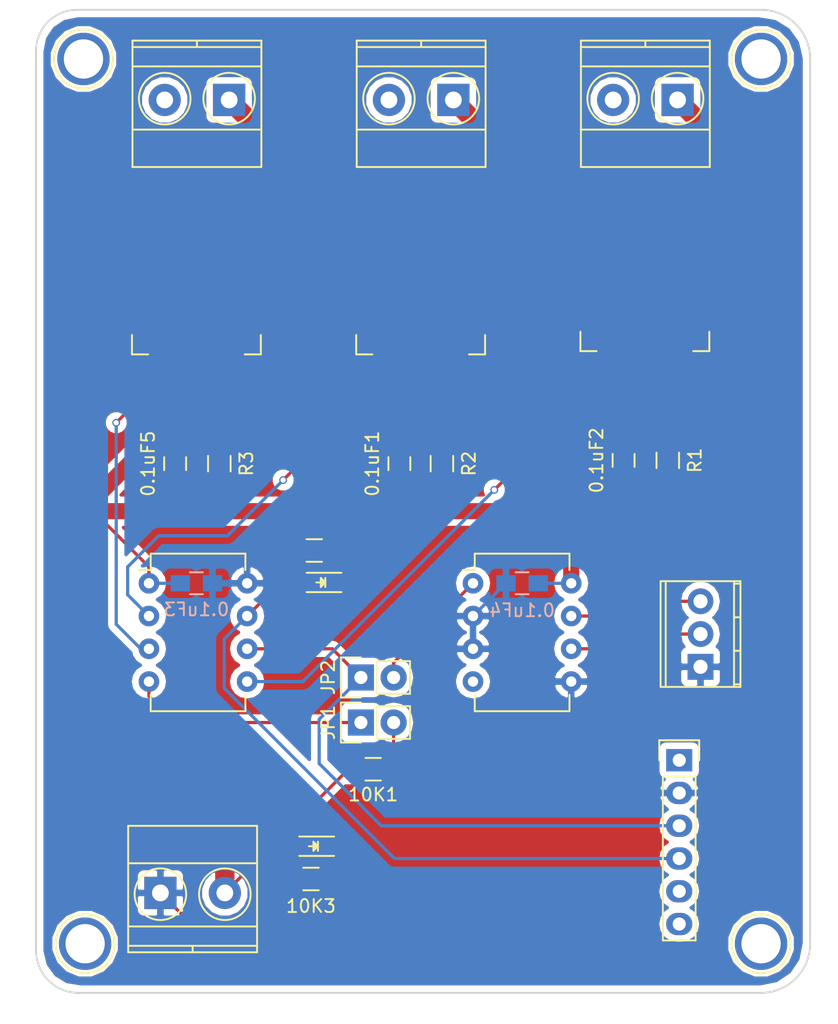
<source format=kicad_pcb>
(kicad_pcb (version 4) (host pcbnew 4.0.6)

  (general
    (links 59)
    (no_connects 6)
    (area 127.178999 27.227883 187.400001 103.582442)
    (thickness 1.6)
    (drawings 8)
    (tracks 125)
    (zones 0)
    (modules 30)
    (nets 23)
  )

  (page A4)
  (layers
    (0 F.Cu signal)
    (31 B.Cu signal)
    (32 B.Adhes user)
    (33 F.Adhes user)
    (34 B.Paste user)
    (35 F.Paste user)
    (36 B.SilkS user)
    (37 F.SilkS user)
    (38 B.Mask user)
    (39 F.Mask user)
    (40 Dwgs.User user)
    (41 Cmts.User user)
    (42 Eco1.User user)
    (43 Eco2.User user)
    (44 Edge.Cuts user)
    (45 Margin user)
    (46 B.CrtYd user)
    (47 F.CrtYd user)
    (48 B.Fab user)
    (49 F.Fab user)
  )

  (setup
    (last_trace_width 0.25)
    (user_trace_width 0.5)
    (user_trace_width 1)
    (user_trace_width 1.25)
    (user_trace_width 1.5)
    (trace_clearance 0.2)
    (zone_clearance 0.508)
    (zone_45_only no)
    (trace_min 0.2)
    (segment_width 0.2)
    (edge_width 0.15)
    (via_size 0.6)
    (via_drill 0.4)
    (via_min_size 0.4)
    (via_min_drill 0.3)
    (uvia_size 0.3)
    (uvia_drill 0.1)
    (uvias_allowed no)
    (uvia_min_size 0.2)
    (uvia_min_drill 0.1)
    (pcb_text_width 0.3)
    (pcb_text_size 1.5 1.5)
    (mod_edge_width 0.15)
    (mod_text_size 1 1)
    (mod_text_width 0.15)
    (pad_size 1.524 1.524)
    (pad_drill 0.762)
    (pad_to_mask_clearance 0.2)
    (aux_axis_origin 0 0)
    (visible_elements FFFFF77F)
    (pcbplotparams
      (layerselection 0x00030_80000001)
      (usegerberextensions false)
      (excludeedgelayer true)
      (linewidth 0.100000)
      (plotframeref false)
      (viasonmask false)
      (mode 1)
      (useauxorigin false)
      (hpglpennumber 1)
      (hpglpenspeed 20)
      (hpglpendiameter 15)
      (hpglpenoverlay 2)
      (psnegative false)
      (psa4output false)
      (plotreference true)
      (plotvalue true)
      (plotinvisibletext false)
      (padsonsilk false)
      (subtractmaskfromsilk false)
      (outputformat 1)
      (mirror false)
      (drillshape 1)
      (scaleselection 1)
      (outputdirectory ""))
  )

  (net 0 "")
  (net 1 +5V)
  (net 2 "Net-(10K1-Pad2)")
  (net 3 "Net-(10K2-Pad1)")
  (net 4 GND)
  (net 5 "Net-(10K3-Pad1)")
  (net 6 "Net-(J1-Pad1)")
  (net 7 UART_RX/CLK)
  (net 8 UART_TX/DAT)
  (net 9 MCLR)
  (net 10 "Net-(J2-Pad6)")
  (net 11 "Net-(J3-Pad1)")
  (net 12 "Net-(J4-Pad1)")
  (net 13 "Net-(J6-Pad3)")
  (net 14 "Net-(J6-Pad2)")
  (net 15 "Net-(JP2-Pad2)")
  (net 16 "Net-(R1-Pad1)")
  (net 17 "Net-(R2-Pad1)")
  (net 18 "Net-(R3-Pad1)")
  (net 19 "Net-(U1-Pad2)")
  (net 20 "Net-(U1-Pad3)")
  (net 21 "Net-(U1-Pad5)")
  (net 22 "Net-(U3-Pad4)")

  (net_class Default "This is the default net class."
    (clearance 0.2)
    (trace_width 0.25)
    (via_dia 0.6)
    (via_drill 0.4)
    (uvia_dia 0.3)
    (uvia_drill 0.1)
    (add_net +5V)
    (add_net GND)
    (add_net MCLR)
    (add_net "Net-(10K1-Pad2)")
    (add_net "Net-(10K2-Pad1)")
    (add_net "Net-(10K3-Pad1)")
    (add_net "Net-(J2-Pad6)")
    (add_net "Net-(J6-Pad2)")
    (add_net "Net-(J6-Pad3)")
    (add_net "Net-(JP2-Pad2)")
    (add_net "Net-(R1-Pad1)")
    (add_net "Net-(R2-Pad1)")
    (add_net "Net-(R3-Pad1)")
    (add_net "Net-(U1-Pad2)")
    (add_net "Net-(U1-Pad3)")
    (add_net "Net-(U1-Pad5)")
    (add_net "Net-(U3-Pad4)")
    (add_net UART_RX/CLK)
    (add_net UART_TX/DAT)
  )

  (net_class LED-power ""
    (clearance 0.2)
    (trace_width 1.5)
    (via_dia 0.6)
    (via_drill 0.4)
    (uvia_dia 0.3)
    (uvia_drill 0.1)
    (add_net "Net-(J1-Pad1)")
    (add_net "Net-(J3-Pad1)")
    (add_net "Net-(J4-Pad1)")
  )

  (module Connect:1pin (layer F.Cu) (tedit 5990B5A1) (tstamp 59C25332)
    (at 130.937 31.115)
    (descr "module 1 pin (ou trou mecanique de percage)")
    (tags DEV)
    (fp_text reference REF** (at 0 -3.048) (layer F.SilkS) hide
      (effects (font (size 1 1) (thickness 0.15)))
    )
    (fp_text value 1pin (at 0 2.794) (layer F.Fab) hide
      (effects (font (size 1 1) (thickness 0.15)))
    )
    (fp_circle (center 0 0) (end 0 -2.286) (layer F.SilkS) (width 0.15))
    (pad 1 thru_hole circle (at 0 0) (size 4.064 4.064) (drill 3.048) (layers *.Cu *.Mask))
  )

  (module Connect:1pin (layer F.Cu) (tedit 5990B5A1) (tstamp 59C2532D)
    (at 183.515 31.115)
    (descr "module 1 pin (ou trou mecanique de percage)")
    (tags DEV)
    (fp_text reference REF** (at 0 -3.048) (layer F.SilkS) hide
      (effects (font (size 1 1) (thickness 0.15)))
    )
    (fp_text value 1pin (at 0 2.794) (layer F.Fab) hide
      (effects (font (size 1 1) (thickness 0.15)))
    )
    (fp_circle (center 0 0) (end 0 -2.286) (layer F.SilkS) (width 0.15))
    (pad 1 thru_hole circle (at 0 0) (size 4.064 4.064) (drill 3.048) (layers *.Cu *.Mask))
  )

  (module Connect:1pin (layer F.Cu) (tedit 5990B5A1) (tstamp 59C2530F)
    (at 131.064 99.695)
    (descr "module 1 pin (ou trou mecanique de percage)")
    (tags DEV)
    (fp_text reference REF** (at 0 -3.048) (layer F.SilkS) hide
      (effects (font (size 1 1) (thickness 0.15)))
    )
    (fp_text value 1pin (at 0 2.794) (layer F.Fab) hide
      (effects (font (size 1 1) (thickness 0.15)))
    )
    (fp_circle (center 0 0) (end 0 -2.286) (layer F.SilkS) (width 0.15))
    (pad 1 thru_hole circle (at 0 0) (size 4.064 4.064) (drill 3.048) (layers *.Cu *.Mask))
  )

  (module Connectors_Terminal_Blocks:TerminalBlock_Pheonix_MKDS1.5-2pol (layer F.Cu) (tedit 5990BB3E) (tstamp 598991C5)
    (at 177.038 34.29 180)
    (descr "2-way 5mm pitch terminal block, Phoenix MKDS series")
    (path /597F7F17)
    (fp_text reference J1 (at 2.5 5.9 180) (layer F.SilkS) hide
      (effects (font (size 1 1) (thickness 0.15)))
    )
    (fp_text value Screw_Terminal_1x02 (at 2.5 -6.6 180) (layer F.Fab) hide
      (effects (font (size 1 1) (thickness 0.15)))
    )
    (fp_line (start -2.7 -5.4) (end 7.7 -5.4) (layer F.CrtYd) (width 0.05))
    (fp_line (start -2.7 4.8) (end -2.7 -5.4) (layer F.CrtYd) (width 0.05))
    (fp_line (start 7.7 4.8) (end -2.7 4.8) (layer F.CrtYd) (width 0.05))
    (fp_line (start 7.7 -5.4) (end 7.7 4.8) (layer F.CrtYd) (width 0.05))
    (fp_line (start 2.5 4.1) (end 2.5 4.6) (layer F.SilkS) (width 0.15))
    (fp_circle (center 5 0.1) (end 3 0.1) (layer F.SilkS) (width 0.15))
    (fp_circle (center 0 0.1) (end 2 0.1) (layer F.SilkS) (width 0.15))
    (fp_line (start -2.5 2.6) (end 7.5 2.6) (layer F.SilkS) (width 0.15))
    (fp_line (start -2.5 -2.3) (end 7.5 -2.3) (layer F.SilkS) (width 0.15))
    (fp_line (start -2.5 4.1) (end 7.5 4.1) (layer F.SilkS) (width 0.15))
    (fp_line (start -2.5 4.6) (end 7.5 4.6) (layer F.SilkS) (width 0.15))
    (fp_line (start 7.5 4.6) (end 7.5 -5.2) (layer F.SilkS) (width 0.15))
    (fp_line (start 7.5 -5.2) (end -2.5 -5.2) (layer F.SilkS) (width 0.15))
    (fp_line (start -2.5 -5.2) (end -2.5 4.6) (layer F.SilkS) (width 0.15))
    (pad 1 thru_hole rect (at 0 0 180) (size 2.5 2.5) (drill 1.3) (layers *.Cu *.Mask)
      (net 6 "Net-(J1-Pad1)"))
    (pad 2 thru_hole circle (at 5 0 180) (size 2.5 2.5) (drill 1.3) (layers *.Cu *.Mask)
      (net 1 +5V))
    (model Terminal_Blocks.3dshapes/TerminalBlock_Pheonix_MKDS1.5-2pol.wrl
      (at (xyz 0.0984 0 0))
      (scale (xyz 1 1 1))
      (rotate (xyz 0 0 0))
    )
  )

  (module Pin_Headers:Pin_Header_Straight_1x06 (layer F.Cu) (tedit 5990BB6F) (tstamp 598991CF)
    (at 177.165 85.471)
    (descr "Through hole pin header")
    (tags "pin header")
    (path /597F8F1D)
    (fp_text reference J2 (at -0.127 -3.048) (layer F.SilkS) hide
      (effects (font (size 1 1) (thickness 0.15)))
    )
    (fp_text value "PIC Kit3 header" (at -2.667 6.35 90) (layer F.Fab)
      (effects (font (size 1 1) (thickness 0.15)))
    )
    (fp_line (start -1.75 -1.75) (end -1.75 14.45) (layer F.CrtYd) (width 0.05))
    (fp_line (start 1.75 -1.75) (end 1.75 14.45) (layer F.CrtYd) (width 0.05))
    (fp_line (start -1.75 -1.75) (end 1.75 -1.75) (layer F.CrtYd) (width 0.05))
    (fp_line (start -1.75 14.45) (end 1.75 14.45) (layer F.CrtYd) (width 0.05))
    (fp_line (start 1.27 1.27) (end 1.27 13.97) (layer F.SilkS) (width 0.15))
    (fp_line (start 1.27 13.97) (end -1.27 13.97) (layer F.SilkS) (width 0.15))
    (fp_line (start -1.27 13.97) (end -1.27 1.27) (layer F.SilkS) (width 0.15))
    (fp_line (start 1.55 -1.55) (end 1.55 0) (layer F.SilkS) (width 0.15))
    (fp_line (start 1.27 1.27) (end -1.27 1.27) (layer F.SilkS) (width 0.15))
    (fp_line (start -1.55 0) (end -1.55 -1.55) (layer F.SilkS) (width 0.15))
    (fp_line (start -1.55 -1.55) (end 1.55 -1.55) (layer F.SilkS) (width 0.15))
    (pad 1 thru_hole rect (at 0 0) (size 2.032 1.7272) (drill 1.016) (layers *.Cu *.Mask)
      (net 1 +5V))
    (pad 2 thru_hole oval (at 0 2.54) (size 2.032 1.7272) (drill 1.016) (layers *.Cu *.Mask)
      (net 4 GND))
    (pad 3 thru_hole oval (at 0 5.08) (size 2.032 1.7272) (drill 1.016) (layers *.Cu *.Mask)
      (net 7 UART_RX/CLK))
    (pad 4 thru_hole oval (at 0 7.62) (size 2.032 1.7272) (drill 1.016) (layers *.Cu *.Mask)
      (net 8 UART_TX/DAT))
    (pad 5 thru_hole oval (at 0 10.16) (size 2.032 1.7272) (drill 1.016) (layers *.Cu *.Mask)
      (net 9 MCLR))
    (pad 6 thru_hole oval (at 0 12.7) (size 2.032 1.7272) (drill 1.016) (layers *.Cu *.Mask)
      (net 10 "Net-(J2-Pad6)"))
    (model Pin_Headers.3dshapes/Pin_Header_Straight_1x06.wrl
      (at (xyz 0 -0.25 0))
      (scale (xyz 1 1 1))
      (rotate (xyz 0 0 90))
    )
  )

  (module Connectors_Terminal_Blocks:TerminalBlock_Pheonix_MKDS1.5-2pol (layer F.Cu) (tedit 5990BB42) (tstamp 598991D5)
    (at 159.639 34.29 180)
    (descr "2-way 5mm pitch terminal block, Phoenix MKDS series")
    (path /597F7253)
    (fp_text reference J3 (at 2.5 5.9 180) (layer F.SilkS) hide
      (effects (font (size 1 1) (thickness 0.15)))
    )
    (fp_text value Screw_Terminal_1x02 (at 2.5 -6.6 180) (layer F.Fab) hide
      (effects (font (size 1 1) (thickness 0.15)))
    )
    (fp_line (start -2.7 -5.4) (end 7.7 -5.4) (layer F.CrtYd) (width 0.05))
    (fp_line (start -2.7 4.8) (end -2.7 -5.4) (layer F.CrtYd) (width 0.05))
    (fp_line (start 7.7 4.8) (end -2.7 4.8) (layer F.CrtYd) (width 0.05))
    (fp_line (start 7.7 -5.4) (end 7.7 4.8) (layer F.CrtYd) (width 0.05))
    (fp_line (start 2.5 4.1) (end 2.5 4.6) (layer F.SilkS) (width 0.15))
    (fp_circle (center 5 0.1) (end 3 0.1) (layer F.SilkS) (width 0.15))
    (fp_circle (center 0 0.1) (end 2 0.1) (layer F.SilkS) (width 0.15))
    (fp_line (start -2.5 2.6) (end 7.5 2.6) (layer F.SilkS) (width 0.15))
    (fp_line (start -2.5 -2.3) (end 7.5 -2.3) (layer F.SilkS) (width 0.15))
    (fp_line (start -2.5 4.1) (end 7.5 4.1) (layer F.SilkS) (width 0.15))
    (fp_line (start -2.5 4.6) (end 7.5 4.6) (layer F.SilkS) (width 0.15))
    (fp_line (start 7.5 4.6) (end 7.5 -5.2) (layer F.SilkS) (width 0.15))
    (fp_line (start 7.5 -5.2) (end -2.5 -5.2) (layer F.SilkS) (width 0.15))
    (fp_line (start -2.5 -5.2) (end -2.5 4.6) (layer F.SilkS) (width 0.15))
    (pad 1 thru_hole rect (at 0 0 180) (size 2.5 2.5) (drill 1.3) (layers *.Cu *.Mask)
      (net 11 "Net-(J3-Pad1)"))
    (pad 2 thru_hole circle (at 5 0 180) (size 2.5 2.5) (drill 1.3) (layers *.Cu *.Mask)
      (net 1 +5V))
    (model Terminal_Blocks.3dshapes/TerminalBlock_Pheonix_MKDS1.5-2pol.wrl
      (at (xyz 0.0984 0 0))
      (scale (xyz 1 1 1))
      (rotate (xyz 0 0 0))
    )
  )

  (module Connectors_Terminal_Blocks:TerminalBlock_Pheonix_MKDS1.5-2pol (layer F.Cu) (tedit 5990BB49) (tstamp 598991DB)
    (at 142.24 34.29 180)
    (descr "2-way 5mm pitch terminal block, Phoenix MKDS series")
    (path /597F8043)
    (fp_text reference J4 (at 2.5 5.9 180) (layer F.SilkS) hide
      (effects (font (size 1 1) (thickness 0.15)))
    )
    (fp_text value Screw_Terminal_1x02 (at 2.5 -6.6 180) (layer F.Fab) hide
      (effects (font (size 1 1) (thickness 0.15)))
    )
    (fp_line (start -2.7 -5.4) (end 7.7 -5.4) (layer F.CrtYd) (width 0.05))
    (fp_line (start -2.7 4.8) (end -2.7 -5.4) (layer F.CrtYd) (width 0.05))
    (fp_line (start 7.7 4.8) (end -2.7 4.8) (layer F.CrtYd) (width 0.05))
    (fp_line (start 7.7 -5.4) (end 7.7 4.8) (layer F.CrtYd) (width 0.05))
    (fp_line (start 2.5 4.1) (end 2.5 4.6) (layer F.SilkS) (width 0.15))
    (fp_circle (center 5 0.1) (end 3 0.1) (layer F.SilkS) (width 0.15))
    (fp_circle (center 0 0.1) (end 2 0.1) (layer F.SilkS) (width 0.15))
    (fp_line (start -2.5 2.6) (end 7.5 2.6) (layer F.SilkS) (width 0.15))
    (fp_line (start -2.5 -2.3) (end 7.5 -2.3) (layer F.SilkS) (width 0.15))
    (fp_line (start -2.5 4.1) (end 7.5 4.1) (layer F.SilkS) (width 0.15))
    (fp_line (start -2.5 4.6) (end 7.5 4.6) (layer F.SilkS) (width 0.15))
    (fp_line (start 7.5 4.6) (end 7.5 -5.2) (layer F.SilkS) (width 0.15))
    (fp_line (start 7.5 -5.2) (end -2.5 -5.2) (layer F.SilkS) (width 0.15))
    (fp_line (start -2.5 -5.2) (end -2.5 4.6) (layer F.SilkS) (width 0.15))
    (pad 1 thru_hole rect (at 0 0 180) (size 2.5 2.5) (drill 1.3) (layers *.Cu *.Mask)
      (net 12 "Net-(J4-Pad1)"))
    (pad 2 thru_hole circle (at 5 0 180) (size 2.5 2.5) (drill 1.3) (layers *.Cu *.Mask)
      (net 1 +5V))
    (model Terminal_Blocks.3dshapes/TerminalBlock_Pheonix_MKDS1.5-2pol.wrl
      (at (xyz 0.0984 0 0))
      (scale (xyz 1 1 1))
      (rotate (xyz 0 0 0))
    )
  )

  (module Connectors_Terminal_Blocks:TerminalBlock_Pheonix_MKDS1.5-2pol (layer F.Cu) (tedit 5990BB79) (tstamp 598991E1)
    (at 136.906 95.758)
    (descr "2-way 5mm pitch terminal block, Phoenix MKDS series")
    (path /59899CCC)
    (fp_text reference J5 (at 2.5 5.9) (layer F.SilkS) hide
      (effects (font (size 1 1) (thickness 0.15)))
    )
    (fp_text value Screw_Terminal_1x02 (at 2.5 -6.6) (layer F.Fab) hide
      (effects (font (size 1 1) (thickness 0.15)))
    )
    (fp_line (start -2.7 -5.4) (end 7.7 -5.4) (layer F.CrtYd) (width 0.05))
    (fp_line (start -2.7 4.8) (end -2.7 -5.4) (layer F.CrtYd) (width 0.05))
    (fp_line (start 7.7 4.8) (end -2.7 4.8) (layer F.CrtYd) (width 0.05))
    (fp_line (start 7.7 -5.4) (end 7.7 4.8) (layer F.CrtYd) (width 0.05))
    (fp_line (start 2.5 4.1) (end 2.5 4.6) (layer F.SilkS) (width 0.15))
    (fp_circle (center 5 0.1) (end 3 0.1) (layer F.SilkS) (width 0.15))
    (fp_circle (center 0 0.1) (end 2 0.1) (layer F.SilkS) (width 0.15))
    (fp_line (start -2.5 2.6) (end 7.5 2.6) (layer F.SilkS) (width 0.15))
    (fp_line (start -2.5 -2.3) (end 7.5 -2.3) (layer F.SilkS) (width 0.15))
    (fp_line (start -2.5 4.1) (end 7.5 4.1) (layer F.SilkS) (width 0.15))
    (fp_line (start -2.5 4.6) (end 7.5 4.6) (layer F.SilkS) (width 0.15))
    (fp_line (start 7.5 4.6) (end 7.5 -5.2) (layer F.SilkS) (width 0.15))
    (fp_line (start 7.5 -5.2) (end -2.5 -5.2) (layer F.SilkS) (width 0.15))
    (fp_line (start -2.5 -5.2) (end -2.5 4.6) (layer F.SilkS) (width 0.15))
    (pad 1 thru_hole rect (at 0 0) (size 2.5 2.5) (drill 1.3) (layers *.Cu *.Mask)
      (net 4 GND))
    (pad 2 thru_hole circle (at 5 0) (size 2.5 2.5) (drill 1.3) (layers *.Cu *.Mask)
      (net 1 +5V))
    (model Terminal_Blocks.3dshapes/TerminalBlock_Pheonix_MKDS1.5-2pol.wrl
      (at (xyz 0.0984 0 0))
      (scale (xyz 1 1 1))
      (rotate (xyz 0 0 0))
    )
  )

  (module Connectors_Terminal_Blocks:TerminalBlock_Pheonix_MPT-2.54mm_3pol (layer F.Cu) (tedit 5990BB73) (tstamp 598991E8)
    (at 178.816 78.232 90)
    (descr "3-way 2.54mm pitch terminal block, Phoenix MPT series")
    (path /597F8A80)
    (fp_text reference J6 (at 2.54 -4.50088 90) (layer F.SilkS) hide
      (effects (font (size 1 1) (thickness 0.15)))
    )
    (fp_text value Screw_Terminal_1x03 (at 2.54 4.50088 90) (layer F.Fab) hide
      (effects (font (size 1 1) (thickness 0.15)))
    )
    (fp_line (start -1.778 3.302) (end 6.858 3.302) (layer F.CrtYd) (width 0.05))
    (fp_line (start -1.778 -3.302) (end -1.778 3.302) (layer F.CrtYd) (width 0.05))
    (fp_line (start 6.858 -3.302) (end -1.778 -3.302) (layer F.CrtYd) (width 0.05))
    (fp_line (start 6.858 3.302) (end 6.858 -3.302) (layer F.CrtYd) (width 0.05))
    (fp_line (start 6.63956 -3.0988) (end -1.55956 -3.0988) (layer F.SilkS) (width 0.15))
    (fp_line (start 6.63956 -2.70002) (end -1.55956 -2.70002) (layer F.SilkS) (width 0.15))
    (fp_line (start 6.63956 2.60096) (end -1.55956 2.60096) (layer F.SilkS) (width 0.15))
    (fp_line (start -1.55956 3.0988) (end 6.63956 3.0988) (layer F.SilkS) (width 0.15))
    (fp_line (start 3.84048 2.60096) (end 3.84048 3.0988) (layer F.SilkS) (width 0.15))
    (fp_line (start -1.3589 3.0988) (end -1.3589 2.60096) (layer F.SilkS) (width 0.15))
    (fp_line (start 6.44144 2.60096) (end 6.44144 3.0988) (layer F.SilkS) (width 0.15))
    (fp_line (start 1.24206 3.0988) (end 1.24206 2.60096) (layer F.SilkS) (width 0.15))
    (fp_line (start 6.63956 3.0988) (end 6.63956 -3.0988) (layer F.SilkS) (width 0.15))
    (fp_line (start -1.55702 -3.0988) (end -1.55702 3.0988) (layer F.SilkS) (width 0.15))
    (pad 3 thru_hole oval (at 5.08 0 90) (size 1.99898 1.99898) (drill 1.09728) (layers *.Cu *.Mask)
      (net 13 "Net-(J6-Pad3)"))
    (pad 1 thru_hole rect (at 0 0 90) (size 1.99898 1.99898) (drill 1.09728) (layers *.Cu *.Mask)
      (net 4 GND))
    (pad 2 thru_hole oval (at 2.54 0 90) (size 1.99898 1.99898) (drill 1.09728) (layers *.Cu *.Mask)
      (net 14 "Net-(J6-Pad2)"))
    (model Terminal_Blocks.3dshapes/TerminalBlock_Pheonix_MPT-2.54mm_3pol.wrl
      (at (xyz 0.1 0 0))
      (scale (xyz 1 1 1))
      (rotate (xyz 0 0 0))
    )
  )

  (module Pin_Headers:Pin_Header_Straight_1x02 (layer F.Cu) (tedit 5990951B) (tstamp 598991EE)
    (at 152.4635 82.55 90)
    (descr "Through hole pin header")
    (tags "pin header")
    (path /59899747)
    (fp_text reference JP1 (at 0 -2.54 90) (layer F.SilkS)
      (effects (font (size 1 1) (thickness 0.15)))
    )
    (fp_text value Jumper_NC_Small (at 0 -3.1 90) (layer F.Fab) hide
      (effects (font (size 1 1) (thickness 0.15)))
    )
    (fp_line (start 1.27 1.27) (end 1.27 3.81) (layer F.SilkS) (width 0.15))
    (fp_line (start 1.55 -1.55) (end 1.55 0) (layer F.SilkS) (width 0.15))
    (fp_line (start -1.75 -1.75) (end -1.75 4.3) (layer F.CrtYd) (width 0.05))
    (fp_line (start 1.75 -1.75) (end 1.75 4.3) (layer F.CrtYd) (width 0.05))
    (fp_line (start -1.75 -1.75) (end 1.75 -1.75) (layer F.CrtYd) (width 0.05))
    (fp_line (start -1.75 4.3) (end 1.75 4.3) (layer F.CrtYd) (width 0.05))
    (fp_line (start 1.27 1.27) (end -1.27 1.27) (layer F.SilkS) (width 0.15))
    (fp_line (start -1.55 0) (end -1.55 -1.55) (layer F.SilkS) (width 0.15))
    (fp_line (start -1.55 -1.55) (end 1.55 -1.55) (layer F.SilkS) (width 0.15))
    (fp_line (start -1.27 1.27) (end -1.27 3.81) (layer F.SilkS) (width 0.15))
    (fp_line (start -1.27 3.81) (end 1.27 3.81) (layer F.SilkS) (width 0.15))
    (pad 1 thru_hole rect (at 0 0 90) (size 2.032 2.032) (drill 1.016) (layers *.Cu *.Mask)
      (net 9 MCLR))
    (pad 2 thru_hole oval (at 0 2.54 90) (size 2.032 2.032) (drill 1.016) (layers *.Cu *.Mask)
      (net 2 "Net-(10K1-Pad2)"))
    (model Pin_Headers.3dshapes/Pin_Header_Straight_1x02.wrl
      (at (xyz 0 -0.05 0))
      (scale (xyz 1 1 1))
      (rotate (xyz 0 0 90))
    )
  )

  (module Pin_Headers:Pin_Header_Straight_1x02 (layer F.Cu) (tedit 59909519) (tstamp 598991F4)
    (at 152.4635 79.0575 90)
    (descr "Through hole pin header")
    (tags "pin header")
    (path /59898D20)
    (fp_text reference JP2 (at 0 -2.54 90) (layer F.SilkS)
      (effects (font (size 1 1) (thickness 0.15)))
    )
    (fp_text value Jumper_NO_Small (at 0 -3.1 90) (layer F.Fab) hide
      (effects (font (size 1 1) (thickness 0.15)))
    )
    (fp_line (start 1.27 1.27) (end 1.27 3.81) (layer F.SilkS) (width 0.15))
    (fp_line (start 1.55 -1.55) (end 1.55 0) (layer F.SilkS) (width 0.15))
    (fp_line (start -1.75 -1.75) (end -1.75 4.3) (layer F.CrtYd) (width 0.05))
    (fp_line (start 1.75 -1.75) (end 1.75 4.3) (layer F.CrtYd) (width 0.05))
    (fp_line (start -1.75 -1.75) (end 1.75 -1.75) (layer F.CrtYd) (width 0.05))
    (fp_line (start -1.75 4.3) (end 1.75 4.3) (layer F.CrtYd) (width 0.05))
    (fp_line (start 1.27 1.27) (end -1.27 1.27) (layer F.SilkS) (width 0.15))
    (fp_line (start -1.55 0) (end -1.55 -1.55) (layer F.SilkS) (width 0.15))
    (fp_line (start -1.55 -1.55) (end 1.55 -1.55) (layer F.SilkS) (width 0.15))
    (fp_line (start -1.27 1.27) (end -1.27 3.81) (layer F.SilkS) (width 0.15))
    (fp_line (start -1.27 3.81) (end 1.27 3.81) (layer F.SilkS) (width 0.15))
    (pad 1 thru_hole rect (at 0 0 90) (size 2.032 2.032) (drill 1.016) (layers *.Cu *.Mask)
      (net 7 UART_RX/CLK))
    (pad 2 thru_hole oval (at 0 2.54 90) (size 2.032 2.032) (drill 1.016) (layers *.Cu *.Mask)
      (net 15 "Net-(JP2-Pad2)"))
    (model Pin_Headers.3dshapes/Pin_Header_Straight_1x02.wrl
      (at (xyz 0 -0.05 0))
      (scale (xyz 1 1 1))
      (rotate (xyz 0 0 90))
    )
  )

  (module Housings_DIP:DIP-8_W7.62mm (layer F.Cu) (tedit 5990BB60) (tstamp 59899218)
    (at 136.017 71.755)
    (descr "8-lead dip package, row spacing 7.62 mm (300 mils)")
    (tags "dil dip 2.54 300")
    (path /597F6EE4)
    (fp_text reference U1 (at 3.556 -5.08) (layer F.SilkS) hide
      (effects (font (size 1 1) (thickness 0.15)))
    )
    (fp_text value PIC12F1572 (at 3.81 -3.302) (layer F.Fab)
      (effects (font (size 1 1) (thickness 0.15)))
    )
    (fp_line (start -1.05 -2.45) (end -1.05 10.1) (layer F.CrtYd) (width 0.05))
    (fp_line (start 8.65 -2.45) (end 8.65 10.1) (layer F.CrtYd) (width 0.05))
    (fp_line (start -1.05 -2.45) (end 8.65 -2.45) (layer F.CrtYd) (width 0.05))
    (fp_line (start -1.05 10.1) (end 8.65 10.1) (layer F.CrtYd) (width 0.05))
    (fp_line (start 0.135 -2.295) (end 0.135 -1.025) (layer F.SilkS) (width 0.15))
    (fp_line (start 7.485 -2.295) (end 7.485 -1.025) (layer F.SilkS) (width 0.15))
    (fp_line (start 7.485 9.915) (end 7.485 8.645) (layer F.SilkS) (width 0.15))
    (fp_line (start 0.135 9.915) (end 0.135 8.645) (layer F.SilkS) (width 0.15))
    (fp_line (start 0.135 -2.295) (end 7.485 -2.295) (layer F.SilkS) (width 0.15))
    (fp_line (start 0.135 9.915) (end 7.485 9.915) (layer F.SilkS) (width 0.15))
    (fp_line (start 0.135 -1.025) (end -0.8 -1.025) (layer F.SilkS) (width 0.15))
    (pad 1 thru_hole oval (at 0 0) (size 1.6 1.6) (drill 0.8) (layers *.Cu *.Mask)
      (net 1 +5V))
    (pad 2 thru_hole oval (at 0 2.54) (size 1.6 1.6) (drill 0.8) (layers *.Cu *.Mask)
      (net 19 "Net-(U1-Pad2)"))
    (pad 3 thru_hole oval (at 0 5.08) (size 1.6 1.6) (drill 0.8) (layers *.Cu *.Mask)
      (net 20 "Net-(U1-Pad3)"))
    (pad 4 thru_hole oval (at 0 7.62) (size 1.6 1.6) (drill 0.8) (layers *.Cu *.Mask)
      (net 9 MCLR))
    (pad 5 thru_hole oval (at 7.62 7.62) (size 1.6 1.6) (drill 0.8) (layers *.Cu *.Mask)
      (net 21 "Net-(U1-Pad5)"))
    (pad 6 thru_hole oval (at 7.62 5.08) (size 1.6 1.6) (drill 0.8) (layers *.Cu *.Mask)
      (net 7 UART_RX/CLK))
    (pad 7 thru_hole oval (at 7.62 2.54) (size 1.6 1.6) (drill 0.8) (layers *.Cu *.Mask)
      (net 8 UART_TX/DAT))
    (pad 8 thru_hole oval (at 7.62 0) (size 1.6 1.6) (drill 0.8) (layers *.Cu *.Mask)
      (net 4 GND))
    (model Housings_DIP.3dshapes/DIP-8_W7.62mm.wrl
      (at (xyz 0 0 0))
      (scale (xyz 1 1 1))
      (rotate (xyz 0 0 0))
    )
  )

  (module Housings_DIP:DIP-8_W7.62mm (layer F.Cu) (tedit 5990BB63) (tstamp 59899224)
    (at 161.163 71.755)
    (descr "8-lead dip package, row spacing 7.62 mm (300 mils)")
    (tags "dil dip 2.54 300")
    (path /597F9569)
    (fp_text reference U3 (at 3.556 -4.826) (layer F.SilkS) hide
      (effects (font (size 1 1) (thickness 0.15)))
    )
    (fp_text value MAX485 (at 3.81 -3.302) (layer F.Fab)
      (effects (font (size 1 1) (thickness 0.15)))
    )
    (fp_line (start -1.05 -2.45) (end -1.05 10.1) (layer F.CrtYd) (width 0.05))
    (fp_line (start 8.65 -2.45) (end 8.65 10.1) (layer F.CrtYd) (width 0.05))
    (fp_line (start -1.05 -2.45) (end 8.65 -2.45) (layer F.CrtYd) (width 0.05))
    (fp_line (start -1.05 10.1) (end 8.65 10.1) (layer F.CrtYd) (width 0.05))
    (fp_line (start 0.135 -2.295) (end 0.135 -1.025) (layer F.SilkS) (width 0.15))
    (fp_line (start 7.485 -2.295) (end 7.485 -1.025) (layer F.SilkS) (width 0.15))
    (fp_line (start 7.485 9.915) (end 7.485 8.645) (layer F.SilkS) (width 0.15))
    (fp_line (start 0.135 9.915) (end 0.135 8.645) (layer F.SilkS) (width 0.15))
    (fp_line (start 0.135 -2.295) (end 7.485 -2.295) (layer F.SilkS) (width 0.15))
    (fp_line (start 0.135 9.915) (end 7.485 9.915) (layer F.SilkS) (width 0.15))
    (fp_line (start 0.135 -1.025) (end -0.8 -1.025) (layer F.SilkS) (width 0.15))
    (pad 1 thru_hole oval (at 0 0) (size 1.6 1.6) (drill 0.8) (layers *.Cu *.Mask)
      (net 15 "Net-(JP2-Pad2)"))
    (pad 2 thru_hole oval (at 0 2.54) (size 1.6 1.6) (drill 0.8) (layers *.Cu *.Mask)
      (net 4 GND))
    (pad 3 thru_hole oval (at 0 5.08) (size 1.6 1.6) (drill 0.8) (layers *.Cu *.Mask)
      (net 4 GND))
    (pad 4 thru_hole oval (at 0 7.62) (size 1.6 1.6) (drill 0.8) (layers *.Cu *.Mask)
      (net 22 "Net-(U3-Pad4)"))
    (pad 5 thru_hole oval (at 7.62 7.62) (size 1.6 1.6) (drill 0.8) (layers *.Cu *.Mask)
      (net 4 GND))
    (pad 6 thru_hole oval (at 7.62 5.08) (size 1.6 1.6) (drill 0.8) (layers *.Cu *.Mask)
      (net 14 "Net-(J6-Pad2)"))
    (pad 7 thru_hole oval (at 7.62 2.54) (size 1.6 1.6) (drill 0.8) (layers *.Cu *.Mask)
      (net 13 "Net-(J6-Pad3)"))
    (pad 8 thru_hole oval (at 7.62 0) (size 1.6 1.6) (drill 0.8) (layers *.Cu *.Mask)
      (net 1 +5V))
    (model Housings_DIP.3dshapes/DIP-8_W7.62mm.wrl
      (at (xyz 0 0 0))
      (scale (xyz 1 1 1))
      (rotate (xyz 0 0 0))
    )
  )

  (module Capacitors_SMD:C_0805_HandSoldering (layer F.Cu) (tedit 541A9B8D) (tstamp 5989BF4B)
    (at 155.448 62.484 90)
    (descr "Capacitor SMD 0805, hand soldering")
    (tags "capacitor 0805")
    (path /597F7F27)
    (attr smd)
    (fp_text reference 0.1uF1 (at 0 -2.1 90) (layer F.SilkS)
      (effects (font (size 1 1) (thickness 0.15)))
    )
    (fp_text value CP (at 0 2.1 90) (layer F.Fab)
      (effects (font (size 1 1) (thickness 0.15)))
    )
    (fp_line (start -1 0.625) (end -1 -0.625) (layer F.Fab) (width 0.15))
    (fp_line (start 1 0.625) (end -1 0.625) (layer F.Fab) (width 0.15))
    (fp_line (start 1 -0.625) (end 1 0.625) (layer F.Fab) (width 0.15))
    (fp_line (start -1 -0.625) (end 1 -0.625) (layer F.Fab) (width 0.15))
    (fp_line (start -2.3 -1) (end 2.3 -1) (layer F.CrtYd) (width 0.05))
    (fp_line (start -2.3 1) (end 2.3 1) (layer F.CrtYd) (width 0.05))
    (fp_line (start -2.3 -1) (end -2.3 1) (layer F.CrtYd) (width 0.05))
    (fp_line (start 2.3 -1) (end 2.3 1) (layer F.CrtYd) (width 0.05))
    (fp_line (start 0.5 -0.85) (end -0.5 -0.85) (layer F.SilkS) (width 0.15))
    (fp_line (start -0.5 0.85) (end 0.5 0.85) (layer F.SilkS) (width 0.15))
    (pad 1 smd rect (at -1.25 0 90) (size 1.5 1.25) (layers F.Cu F.Paste F.Mask)
      (net 4 GND))
    (pad 2 smd rect (at 1.25 0 90) (size 1.5 1.25) (layers F.Cu F.Paste F.Mask)
      (net 1 +5V))
    (model Capacitors_SMD.3dshapes/C_0805_HandSoldering.wrl
      (at (xyz 0 0 0))
      (scale (xyz 1 1 1))
      (rotate (xyz 0 0 0))
    )
  )

  (module Capacitors_SMD:C_0805_HandSoldering (layer F.Cu) (tedit 599090FA) (tstamp 5989BF51)
    (at 172.847 62.23 90)
    (descr "Capacitor SMD 0805, hand soldering")
    (tags "capacitor 0805")
    (path /597F7B56)
    (attr smd)
    (fp_text reference 0.1uF2 (at 0 -2.1 90) (layer F.SilkS)
      (effects (font (size 1 1) (thickness 0.15)))
    )
    (fp_text value CP (at 0 2.1 90) (layer F.Fab) hide
      (effects (font (size 1 1) (thickness 0.15)))
    )
    (fp_line (start -1 0.625) (end -1 -0.625) (layer F.Fab) (width 0.15))
    (fp_line (start 1 0.625) (end -1 0.625) (layer F.Fab) (width 0.15))
    (fp_line (start 1 -0.625) (end 1 0.625) (layer F.Fab) (width 0.15))
    (fp_line (start -1 -0.625) (end 1 -0.625) (layer F.Fab) (width 0.15))
    (fp_line (start -2.3 -1) (end 2.3 -1) (layer F.CrtYd) (width 0.05))
    (fp_line (start -2.3 1) (end 2.3 1) (layer F.CrtYd) (width 0.05))
    (fp_line (start -2.3 -1) (end -2.3 1) (layer F.CrtYd) (width 0.05))
    (fp_line (start 2.3 -1) (end 2.3 1) (layer F.CrtYd) (width 0.05))
    (fp_line (start 0.5 -0.85) (end -0.5 -0.85) (layer F.SilkS) (width 0.15))
    (fp_line (start -0.5 0.85) (end 0.5 0.85) (layer F.SilkS) (width 0.15))
    (pad 1 smd rect (at -1.25 0 90) (size 1.5 1.25) (layers F.Cu F.Paste F.Mask)
      (net 4 GND))
    (pad 2 smd rect (at 1.25 0 90) (size 1.5 1.25) (layers F.Cu F.Paste F.Mask)
      (net 1 +5V))
    (model Capacitors_SMD.3dshapes/C_0805_HandSoldering.wrl
      (at (xyz 0 0 0))
      (scale (xyz 1 1 1))
      (rotate (xyz 0 0 0))
    )
  )

  (module Capacitors_SMD:C_0805_HandSoldering (layer B.Cu) (tedit 5990BBEC) (tstamp 5989BF57)
    (at 139.7 71.755 180)
    (descr "Capacitor SMD 0805, hand soldering")
    (tags "capacitor 0805")
    (path /597F7517)
    (attr smd)
    (fp_text reference 0.1uF3 (at 0 -2.032 180) (layer B.SilkS)
      (effects (font (size 1 1) (thickness 0.15)) (justify mirror))
    )
    (fp_text value CP (at 0 -2.1 180) (layer B.Fab) hide
      (effects (font (size 1 1) (thickness 0.15)) (justify mirror))
    )
    (fp_line (start -1 -0.625) (end -1 0.625) (layer B.Fab) (width 0.15))
    (fp_line (start 1 -0.625) (end -1 -0.625) (layer B.Fab) (width 0.15))
    (fp_line (start 1 0.625) (end 1 -0.625) (layer B.Fab) (width 0.15))
    (fp_line (start -1 0.625) (end 1 0.625) (layer B.Fab) (width 0.15))
    (fp_line (start -2.3 1) (end 2.3 1) (layer B.CrtYd) (width 0.05))
    (fp_line (start -2.3 -1) (end 2.3 -1) (layer B.CrtYd) (width 0.05))
    (fp_line (start -2.3 1) (end -2.3 -1) (layer B.CrtYd) (width 0.05))
    (fp_line (start 2.3 1) (end 2.3 -1) (layer B.CrtYd) (width 0.05))
    (fp_line (start 0.5 0.85) (end -0.5 0.85) (layer B.SilkS) (width 0.15))
    (fp_line (start -0.5 -0.85) (end 0.5 -0.85) (layer B.SilkS) (width 0.15))
    (pad 1 smd rect (at -1.25 0 180) (size 1.5 1.25) (layers B.Cu B.Paste B.Mask)
      (net 4 GND))
    (pad 2 smd rect (at 1.25 0 180) (size 1.5 1.25) (layers B.Cu B.Paste B.Mask)
      (net 1 +5V))
    (model Capacitors_SMD.3dshapes/C_0805_HandSoldering.wrl
      (at (xyz 0 0 0))
      (scale (xyz 1 1 1))
      (rotate (xyz 0 0 0))
    )
  )

  (module Capacitors_SMD:C_0805_HandSoldering (layer B.Cu) (tedit 5990A031) (tstamp 5989BF5D)
    (at 164.973 71.755)
    (descr "Capacitor SMD 0805, hand soldering")
    (tags "capacitor 0805")
    (path /597F8051)
    (attr smd)
    (fp_text reference 0.1uF4 (at 0 2.1) (layer B.SilkS)
      (effects (font (size 1 1) (thickness 0.15)) (justify mirror))
    )
    (fp_text value CP (at 0 -2.1) (layer B.Fab) hide
      (effects (font (size 1 1) (thickness 0.15)) (justify mirror))
    )
    (fp_line (start -1 -0.625) (end -1 0.625) (layer B.Fab) (width 0.15))
    (fp_line (start 1 -0.625) (end -1 -0.625) (layer B.Fab) (width 0.15))
    (fp_line (start 1 0.625) (end 1 -0.625) (layer B.Fab) (width 0.15))
    (fp_line (start -1 0.625) (end 1 0.625) (layer B.Fab) (width 0.15))
    (fp_line (start -2.3 1) (end 2.3 1) (layer B.CrtYd) (width 0.05))
    (fp_line (start -2.3 -1) (end 2.3 -1) (layer B.CrtYd) (width 0.05))
    (fp_line (start -2.3 1) (end -2.3 -1) (layer B.CrtYd) (width 0.05))
    (fp_line (start 2.3 1) (end 2.3 -1) (layer B.CrtYd) (width 0.05))
    (fp_line (start 0.5 0.85) (end -0.5 0.85) (layer B.SilkS) (width 0.15))
    (fp_line (start -0.5 -0.85) (end 0.5 -0.85) (layer B.SilkS) (width 0.15))
    (pad 1 smd rect (at -1.25 0) (size 1.5 1.25) (layers B.Cu B.Paste B.Mask)
      (net 4 GND))
    (pad 2 smd rect (at 1.25 0) (size 1.5 1.25) (layers B.Cu B.Paste B.Mask)
      (net 1 +5V))
    (model Capacitors_SMD.3dshapes/C_0805_HandSoldering.wrl
      (at (xyz 0 0 0))
      (scale (xyz 1 1 1))
      (rotate (xyz 0 0 0))
    )
  )

  (module Capacitors_SMD:C_0805_HandSoldering (layer F.Cu) (tedit 59909162) (tstamp 5989BF63)
    (at 138.049 62.484 90)
    (descr "Capacitor SMD 0805, hand soldering")
    (tags "capacitor 0805")
    (path /597F8745)
    (attr smd)
    (fp_text reference 0.1uF5 (at 0 -2.1 90) (layer F.SilkS)
      (effects (font (size 1 1) (thickness 0.15)))
    )
    (fp_text value CP (at 0 2.1 90) (layer F.Fab) hide
      (effects (font (size 1 1) (thickness 0.15)))
    )
    (fp_line (start -1 0.625) (end -1 -0.625) (layer F.Fab) (width 0.15))
    (fp_line (start 1 0.625) (end -1 0.625) (layer F.Fab) (width 0.15))
    (fp_line (start 1 -0.625) (end 1 0.625) (layer F.Fab) (width 0.15))
    (fp_line (start -1 -0.625) (end 1 -0.625) (layer F.Fab) (width 0.15))
    (fp_line (start -2.3 -1) (end 2.3 -1) (layer F.CrtYd) (width 0.05))
    (fp_line (start -2.3 1) (end 2.3 1) (layer F.CrtYd) (width 0.05))
    (fp_line (start -2.3 -1) (end -2.3 1) (layer F.CrtYd) (width 0.05))
    (fp_line (start 2.3 -1) (end 2.3 1) (layer F.CrtYd) (width 0.05))
    (fp_line (start 0.5 -0.85) (end -0.5 -0.85) (layer F.SilkS) (width 0.15))
    (fp_line (start -0.5 0.85) (end 0.5 0.85) (layer F.SilkS) (width 0.15))
    (pad 1 smd rect (at -1.25 0 90) (size 1.5 1.25) (layers F.Cu F.Paste F.Mask)
      (net 4 GND))
    (pad 2 smd rect (at 1.25 0 90) (size 1.5 1.25) (layers F.Cu F.Paste F.Mask)
      (net 1 +5V))
    (model Capacitors_SMD.3dshapes/C_0805_HandSoldering.wrl
      (at (xyz 0 0 0))
      (scale (xyz 1 1 1))
      (rotate (xyz 0 0 0))
    )
  )

  (module LEDs:LED_0805 (layer F.Cu) (tedit 59909F5B) (tstamp 5989BF78)
    (at 149.352 71.6915 180)
    (descr "LED 0805 smd package")
    (tags "LED 0805 SMD")
    (path /5989B731)
    (attr smd)
    (fp_text reference D1 (at 0 -1.75 180) (layer F.SilkS) hide
      (effects (font (size 1 1) (thickness 0.15)))
    )
    (fp_text value LED (at -0.0635 -1.778 180) (layer F.Fab)
      (effects (font (size 1 1) (thickness 0.15)))
    )
    (fp_line (start -0.4 -0.3) (end -0.4 0.3) (layer F.Fab) (width 0.15))
    (fp_line (start -0.3 0) (end 0 -0.3) (layer F.Fab) (width 0.15))
    (fp_line (start 0 0.3) (end -0.3 0) (layer F.Fab) (width 0.15))
    (fp_line (start 0 -0.3) (end 0 0.3) (layer F.Fab) (width 0.15))
    (fp_line (start 1 -0.6) (end -1 -0.6) (layer F.Fab) (width 0.15))
    (fp_line (start 1 0.6) (end 1 -0.6) (layer F.Fab) (width 0.15))
    (fp_line (start -1 0.6) (end 1 0.6) (layer F.Fab) (width 0.15))
    (fp_line (start -1 -0.6) (end -1 0.6) (layer F.Fab) (width 0.15))
    (fp_line (start -1.6 0.75) (end 1.1 0.75) (layer F.SilkS) (width 0.15))
    (fp_line (start -1.6 -0.75) (end 1.1 -0.75) (layer F.SilkS) (width 0.15))
    (fp_line (start -0.1 0.15) (end -0.1 -0.1) (layer F.SilkS) (width 0.15))
    (fp_line (start -0.1 -0.1) (end -0.25 0.05) (layer F.SilkS) (width 0.15))
    (fp_line (start -0.35 -0.35) (end -0.35 0.35) (layer F.SilkS) (width 0.15))
    (fp_line (start 0 0) (end 0.35 0) (layer F.SilkS) (width 0.15))
    (fp_line (start -0.35 0) (end 0 -0.35) (layer F.SilkS) (width 0.15))
    (fp_line (start 0 -0.35) (end 0 0.35) (layer F.SilkS) (width 0.15))
    (fp_line (start 0 0.35) (end -0.35 0) (layer F.SilkS) (width 0.15))
    (fp_line (start 1.9 -0.95) (end 1.9 0.95) (layer F.CrtYd) (width 0.05))
    (fp_line (start 1.9 0.95) (end -1.9 0.95) (layer F.CrtYd) (width 0.05))
    (fp_line (start -1.9 0.95) (end -1.9 -0.95) (layer F.CrtYd) (width 0.05))
    (fp_line (start -1.9 -0.95) (end 1.9 -0.95) (layer F.CrtYd) (width 0.05))
    (pad 2 smd rect (at 1.04902 0) (size 1.19888 1.19888) (layers F.Cu F.Paste F.Mask)
      (net 7 UART_RX/CLK))
    (pad 1 smd rect (at -1.04902 0) (size 1.19888 1.19888) (layers F.Cu F.Paste F.Mask)
      (net 3 "Net-(10K2-Pad1)"))
    (model LEDs.3dshapes/LED_0805.wrl
      (at (xyz 0 0 0))
      (scale (xyz 1 1 1))
      (rotate (xyz 0 0 0))
    )
  )

  (module LEDs:LED_0805 (layer F.Cu) (tedit 59909505) (tstamp 5989BF7E)
    (at 148.7805 92.1385 180)
    (descr "LED 0805 smd package")
    (tags "LED 0805 SMD")
    (path /59899FF0)
    (attr smd)
    (fp_text reference D2 (at 0 -1.75 180) (layer F.SilkS) hide
      (effects (font (size 1 1) (thickness 0.15)))
    )
    (fp_text value LED (at 0 1.75 180) (layer F.Fab)
      (effects (font (size 1 1) (thickness 0.15)))
    )
    (fp_line (start -0.4 -0.3) (end -0.4 0.3) (layer F.Fab) (width 0.15))
    (fp_line (start -0.3 0) (end 0 -0.3) (layer F.Fab) (width 0.15))
    (fp_line (start 0 0.3) (end -0.3 0) (layer F.Fab) (width 0.15))
    (fp_line (start 0 -0.3) (end 0 0.3) (layer F.Fab) (width 0.15))
    (fp_line (start 1 -0.6) (end -1 -0.6) (layer F.Fab) (width 0.15))
    (fp_line (start 1 0.6) (end 1 -0.6) (layer F.Fab) (width 0.15))
    (fp_line (start -1 0.6) (end 1 0.6) (layer F.Fab) (width 0.15))
    (fp_line (start -1 -0.6) (end -1 0.6) (layer F.Fab) (width 0.15))
    (fp_line (start -1.6 0.75) (end 1.1 0.75) (layer F.SilkS) (width 0.15))
    (fp_line (start -1.6 -0.75) (end 1.1 -0.75) (layer F.SilkS) (width 0.15))
    (fp_line (start -0.1 0.15) (end -0.1 -0.1) (layer F.SilkS) (width 0.15))
    (fp_line (start -0.1 -0.1) (end -0.25 0.05) (layer F.SilkS) (width 0.15))
    (fp_line (start -0.35 -0.35) (end -0.35 0.35) (layer F.SilkS) (width 0.15))
    (fp_line (start 0 0) (end 0.35 0) (layer F.SilkS) (width 0.15))
    (fp_line (start -0.35 0) (end 0 -0.35) (layer F.SilkS) (width 0.15))
    (fp_line (start 0 -0.35) (end 0 0.35) (layer F.SilkS) (width 0.15))
    (fp_line (start 0 0.35) (end -0.35 0) (layer F.SilkS) (width 0.15))
    (fp_line (start 1.9 -0.95) (end 1.9 0.95) (layer F.CrtYd) (width 0.05))
    (fp_line (start 1.9 0.95) (end -1.9 0.95) (layer F.CrtYd) (width 0.05))
    (fp_line (start -1.9 0.95) (end -1.9 -0.95) (layer F.CrtYd) (width 0.05))
    (fp_line (start -1.9 -0.95) (end 1.9 -0.95) (layer F.CrtYd) (width 0.05))
    (pad 2 smd rect (at 1.04902 0) (size 1.19888 1.19888) (layers F.Cu F.Paste F.Mask)
      (net 1 +5V))
    (pad 1 smd rect (at -1.04902 0) (size 1.19888 1.19888) (layers F.Cu F.Paste F.Mask)
      (net 5 "Net-(10K3-Pad1)"))
    (model LEDs.3dshapes/LED_0805.wrl
      (at (xyz 0 0 0))
      (scale (xyz 1 1 1))
      (rotate (xyz 0 0 0))
    )
  )

  (module TO_SOT_Packages_SMD:TO-263-5Lead (layer F.Cu) (tedit 5990BB53) (tstamp 598B37E0)
    (at 174.498 56.261 90)
    (descr "D2PAK / TO-263 3-lead smd package")
    (tags "D2PAK D2PAK-3 TO-263AB TO-263")
    (path /597F7F11)
    (attr smd)
    (fp_text reference U2 (at 3.5 0 180) (layer F.SilkS) hide
      (effects (font (size 1 1) (thickness 0.15)))
    )
    (fp_text value CAT4101 (at 15.25 -0.25 180) (layer F.Fab)
      (effects (font (size 1 1) (thickness 0.15)))
    )
    (fp_line (start 14.1 5.65) (end -2.55 5.65) (layer F.CrtYd) (width 0.05))
    (fp_line (start 14.1 -5.65) (end 14.1 5.65) (layer F.CrtYd) (width 0.05))
    (fp_line (start 14.1 -5.65) (end -2.55 -5.65) (layer F.CrtYd) (width 0.05))
    (fp_line (start -2.55 -5.65) (end -2.55 5.65) (layer F.CrtYd) (width 0.05))
    (fp_line (start 2.5 5) (end 2.5 3.75) (layer F.SilkS) (width 0.15))
    (fp_line (start 2.5 5) (end 4 5) (layer F.SilkS) (width 0.15))
    (fp_line (start 2.5 -5) (end 4 -5) (layer F.SilkS) (width 0.15))
    (fp_line (start 2.5 -5) (end 2.5 -3.75) (layer F.SilkS) (width 0.15))
    (pad 5 smd rect (at 0 3.4 90) (size 4.6 1.1) (layers F.Cu F.Paste F.Mask)
      (net 6 "Net-(J1-Pad1)"))
    (pad 4 smd rect (at 0 1.7 90) (size 4.6 1.1) (layers F.Cu F.Paste F.Mask)
      (net 16 "Net-(R1-Pad1)"))
    (pad 2 smd rect (at 0 -1.7 90) (size 4.6 1.1) (layers F.Cu F.Paste F.Mask)
      (net 1 +5V))
    (pad 3 smd rect (at 9.15 0 90) (size 9.4 10.8) (layers F.Cu F.Paste F.Mask)
      (net 4 GND))
    (pad 3 smd rect (at 0 0 90) (size 4.6 1.1) (layers F.Cu F.Paste F.Mask)
      (net 4 GND))
    (pad 1 smd rect (at 0 -3.4 90) (size 4.6 1.1) (layers F.Cu F.Paste F.Mask)
      (net 21 "Net-(U1-Pad5)"))
    (model TO_SOT_Packages_SMD.3dshapes/TO-263-5Lead.wrl
      (at (xyz 0 0 0))
      (scale (xyz 1 1 1))
      (rotate (xyz 0 0 90))
    )
  )

  (module TO_SOT_Packages_SMD:TO-263-5Lead (layer F.Cu) (tedit 5990BB57) (tstamp 598B37EA)
    (at 157.099 56.515 90)
    (descr "D2PAK / TO-263 3-lead smd package")
    (tags "D2PAK D2PAK-3 TO-263AB TO-263")
    (path /597F7180)
    (attr smd)
    (fp_text reference U4 (at 3.5 0 180) (layer F.SilkS) hide
      (effects (font (size 1 1) (thickness 0.15)))
    )
    (fp_text value CAT4101 (at 15.25 -0.25 180) (layer F.Fab)
      (effects (font (size 1 1) (thickness 0.15)))
    )
    (fp_line (start 14.1 5.65) (end -2.55 5.65) (layer F.CrtYd) (width 0.05))
    (fp_line (start 14.1 -5.65) (end 14.1 5.65) (layer F.CrtYd) (width 0.05))
    (fp_line (start 14.1 -5.65) (end -2.55 -5.65) (layer F.CrtYd) (width 0.05))
    (fp_line (start -2.55 -5.65) (end -2.55 5.65) (layer F.CrtYd) (width 0.05))
    (fp_line (start 2.5 5) (end 2.5 3.75) (layer F.SilkS) (width 0.15))
    (fp_line (start 2.5 5) (end 4 5) (layer F.SilkS) (width 0.15))
    (fp_line (start 2.5 -5) (end 4 -5) (layer F.SilkS) (width 0.15))
    (fp_line (start 2.5 -5) (end 2.5 -3.75) (layer F.SilkS) (width 0.15))
    (pad 5 smd rect (at 0 3.4 90) (size 4.6 1.1) (layers F.Cu F.Paste F.Mask)
      (net 11 "Net-(J3-Pad1)"))
    (pad 4 smd rect (at 0 1.7 90) (size 4.6 1.1) (layers F.Cu F.Paste F.Mask)
      (net 17 "Net-(R2-Pad1)"))
    (pad 2 smd rect (at 0 -1.7 90) (size 4.6 1.1) (layers F.Cu F.Paste F.Mask)
      (net 1 +5V))
    (pad 3 smd rect (at 9.15 0 90) (size 9.4 10.8) (layers F.Cu F.Paste F.Mask)
      (net 4 GND))
    (pad 3 smd rect (at 0 0 90) (size 4.6 1.1) (layers F.Cu F.Paste F.Mask)
      (net 4 GND))
    (pad 1 smd rect (at 0 -3.4 90) (size 4.6 1.1) (layers F.Cu F.Paste F.Mask)
      (net 19 "Net-(U1-Pad2)"))
    (model TO_SOT_Packages_SMD.3dshapes/TO-263-5Lead.wrl
      (at (xyz 0 0 0))
      (scale (xyz 1 1 1))
      (rotate (xyz 0 0 90))
    )
  )

  (module TO_SOT_Packages_SMD:TO-263-5Lead (layer F.Cu) (tedit 5990BB5B) (tstamp 598B37F4)
    (at 139.7 56.515 90)
    (descr "D2PAK / TO-263 3-lead smd package")
    (tags "D2PAK D2PAK-3 TO-263AB TO-263")
    (path /597F803D)
    (attr smd)
    (fp_text reference U5 (at 3.5 0 180) (layer F.SilkS) hide
      (effects (font (size 1 1) (thickness 0.15)))
    )
    (fp_text value CAT4101 (at 15.25 -0.25 180) (layer F.Fab)
      (effects (font (size 1 1) (thickness 0.15)))
    )
    (fp_line (start 14.1 5.65) (end -2.55 5.65) (layer F.CrtYd) (width 0.05))
    (fp_line (start 14.1 -5.65) (end 14.1 5.65) (layer F.CrtYd) (width 0.05))
    (fp_line (start 14.1 -5.65) (end -2.55 -5.65) (layer F.CrtYd) (width 0.05))
    (fp_line (start -2.55 -5.65) (end -2.55 5.65) (layer F.CrtYd) (width 0.05))
    (fp_line (start 2.5 5) (end 2.5 3.75) (layer F.SilkS) (width 0.15))
    (fp_line (start 2.5 5) (end 4 5) (layer F.SilkS) (width 0.15))
    (fp_line (start 2.5 -5) (end 4 -5) (layer F.SilkS) (width 0.15))
    (fp_line (start 2.5 -5) (end 2.5 -3.75) (layer F.SilkS) (width 0.15))
    (pad 5 smd rect (at 0 3.4 90) (size 4.6 1.1) (layers F.Cu F.Paste F.Mask)
      (net 12 "Net-(J4-Pad1)"))
    (pad 4 smd rect (at 0 1.7 90) (size 4.6 1.1) (layers F.Cu F.Paste F.Mask)
      (net 18 "Net-(R3-Pad1)"))
    (pad 2 smd rect (at 0 -1.7 90) (size 4.6 1.1) (layers F.Cu F.Paste F.Mask)
      (net 1 +5V))
    (pad 3 smd rect (at 9.15 0 90) (size 9.4 10.8) (layers F.Cu F.Paste F.Mask)
      (net 4 GND))
    (pad 3 smd rect (at 0 0 90) (size 4.6 1.1) (layers F.Cu F.Paste F.Mask)
      (net 4 GND))
    (pad 1 smd rect (at 0 -3.4 90) (size 4.6 1.1) (layers F.Cu F.Paste F.Mask)
      (net 20 "Net-(U1-Pad3)"))
    (model TO_SOT_Packages_SMD.3dshapes/TO-263-5Lead.wrl
      (at (xyz 0 0 0))
      (scale (xyz 1 1 1))
      (rotate (xyz 0 0 90))
    )
  )

  (module Resistors_SMD:R_0805_HandSoldering (layer F.Cu) (tedit 5990900D) (tstamp 59909001)
    (at 176.276 62.23 270)
    (descr "Resistor SMD 0805, hand soldering")
    (tags "resistor 0805")
    (path /597F7F33)
    (attr smd)
    (fp_text reference R1 (at 0 -2.1 270) (layer F.SilkS)
      (effects (font (size 1 1) (thickness 0.15)))
    )
    (fp_text value R_Small (at 0 2.1 270) (layer F.Fab) hide
      (effects (font (size 1 1) (thickness 0.15)))
    )
    (fp_line (start -1 0.625) (end -1 -0.625) (layer F.Fab) (width 0.1))
    (fp_line (start 1 0.625) (end -1 0.625) (layer F.Fab) (width 0.1))
    (fp_line (start 1 -0.625) (end 1 0.625) (layer F.Fab) (width 0.1))
    (fp_line (start -1 -0.625) (end 1 -0.625) (layer F.Fab) (width 0.1))
    (fp_line (start -2.4 -1) (end 2.4 -1) (layer F.CrtYd) (width 0.05))
    (fp_line (start -2.4 1) (end 2.4 1) (layer F.CrtYd) (width 0.05))
    (fp_line (start -2.4 -1) (end -2.4 1) (layer F.CrtYd) (width 0.05))
    (fp_line (start 2.4 -1) (end 2.4 1) (layer F.CrtYd) (width 0.05))
    (fp_line (start 0.6 0.875) (end -0.6 0.875) (layer F.SilkS) (width 0.15))
    (fp_line (start -0.6 -0.875) (end 0.6 -0.875) (layer F.SilkS) (width 0.15))
    (pad 1 smd rect (at -1.35 0 270) (size 1.5 1.3) (layers F.Cu F.Paste F.Mask)
      (net 16 "Net-(R1-Pad1)"))
    (pad 2 smd rect (at 1.35 0 270) (size 1.5 1.3) (layers F.Cu F.Paste F.Mask)
      (net 4 GND))
    (model Resistors_SMD.3dshapes/R_0805_HandSoldering.wrl
      (at (xyz 0 0 0))
      (scale (xyz 1 1 1))
      (rotate (xyz 0 0 0))
    )
  )

  (module Resistors_SMD:R_0805_HandSoldering (layer F.Cu) (tedit 59909009) (tstamp 59909006)
    (at 158.75 62.484 270)
    (descr "Resistor SMD 0805, hand soldering")
    (tags "resistor 0805")
    (path /597F76C7)
    (attr smd)
    (fp_text reference R2 (at 0 -2.1 270) (layer F.SilkS)
      (effects (font (size 1 1) (thickness 0.15)))
    )
    (fp_text value R_Small (at 0 2.1 270) (layer F.Fab) hide
      (effects (font (size 1 1) (thickness 0.15)))
    )
    (fp_line (start -1 0.625) (end -1 -0.625) (layer F.Fab) (width 0.1))
    (fp_line (start 1 0.625) (end -1 0.625) (layer F.Fab) (width 0.1))
    (fp_line (start 1 -0.625) (end 1 0.625) (layer F.Fab) (width 0.1))
    (fp_line (start -1 -0.625) (end 1 -0.625) (layer F.Fab) (width 0.1))
    (fp_line (start -2.4 -1) (end 2.4 -1) (layer F.CrtYd) (width 0.05))
    (fp_line (start -2.4 1) (end 2.4 1) (layer F.CrtYd) (width 0.05))
    (fp_line (start -2.4 -1) (end -2.4 1) (layer F.CrtYd) (width 0.05))
    (fp_line (start 2.4 -1) (end 2.4 1) (layer F.CrtYd) (width 0.05))
    (fp_line (start 0.6 0.875) (end -0.6 0.875) (layer F.SilkS) (width 0.15))
    (fp_line (start -0.6 -0.875) (end 0.6 -0.875) (layer F.SilkS) (width 0.15))
    (pad 1 smd rect (at -1.35 0 270) (size 1.5 1.3) (layers F.Cu F.Paste F.Mask)
      (net 17 "Net-(R2-Pad1)"))
    (pad 2 smd rect (at 1.35 0 270) (size 1.5 1.3) (layers F.Cu F.Paste F.Mask)
      (net 4 GND))
    (model Resistors_SMD.3dshapes/R_0805_HandSoldering.wrl
      (at (xyz 0 0 0))
      (scale (xyz 1 1 1))
      (rotate (xyz 0 0 0))
    )
  )

  (module Resistors_SMD:R_0805_HandSoldering (layer F.Cu) (tedit 59908FC7) (tstamp 5990900B)
    (at 141.478 62.484 270)
    (descr "Resistor SMD 0805, hand soldering")
    (tags "resistor 0805")
    (path /597F805D)
    (attr smd)
    (fp_text reference R3 (at 0 -2.1 270) (layer F.SilkS)
      (effects (font (size 1 1) (thickness 0.15)))
    )
    (fp_text value R_Small (at 0 2.1 270) (layer F.Fab) hide
      (effects (font (size 1 1) (thickness 0.15)))
    )
    (fp_line (start -1 0.625) (end -1 -0.625) (layer F.Fab) (width 0.1))
    (fp_line (start 1 0.625) (end -1 0.625) (layer F.Fab) (width 0.1))
    (fp_line (start 1 -0.625) (end 1 0.625) (layer F.Fab) (width 0.1))
    (fp_line (start -1 -0.625) (end 1 -0.625) (layer F.Fab) (width 0.1))
    (fp_line (start -2.4 -1) (end 2.4 -1) (layer F.CrtYd) (width 0.05))
    (fp_line (start -2.4 1) (end 2.4 1) (layer F.CrtYd) (width 0.05))
    (fp_line (start -2.4 -1) (end -2.4 1) (layer F.CrtYd) (width 0.05))
    (fp_line (start 2.4 -1) (end 2.4 1) (layer F.CrtYd) (width 0.05))
    (fp_line (start 0.6 0.875) (end -0.6 0.875) (layer F.SilkS) (width 0.15))
    (fp_line (start -0.6 -0.875) (end 0.6 -0.875) (layer F.SilkS) (width 0.15))
    (pad 1 smd rect (at -1.35 0 270) (size 1.5 1.3) (layers F.Cu F.Paste F.Mask)
      (net 18 "Net-(R3-Pad1)"))
    (pad 2 smd rect (at 1.35 0 270) (size 1.5 1.3) (layers F.Cu F.Paste F.Mask)
      (net 4 GND))
    (model Resistors_SMD.3dshapes/R_0805_HandSoldering.wrl
      (at (xyz 0 0 0))
      (scale (xyz 1 1 1))
      (rotate (xyz 0 0 0))
    )
  )

  (module Resistors_SMD:R_0805_HandSoldering (layer F.Cu) (tedit 5990BB6A) (tstamp 599092CA)
    (at 153.416 86.1695)
    (descr "Resistor SMD 0805, hand soldering")
    (tags "resistor 0805")
    (path /598997EF)
    (attr smd)
    (fp_text reference 10K1 (at 0 1.9685) (layer F.SilkS)
      (effects (font (size 1 1) (thickness 0.15)))
    )
    (fp_text value R (at 0 2.1) (layer F.Fab) hide
      (effects (font (size 1 1) (thickness 0.15)))
    )
    (fp_line (start -1 0.625) (end -1 -0.625) (layer F.Fab) (width 0.1))
    (fp_line (start 1 0.625) (end -1 0.625) (layer F.Fab) (width 0.1))
    (fp_line (start 1 -0.625) (end 1 0.625) (layer F.Fab) (width 0.1))
    (fp_line (start -1 -0.625) (end 1 -0.625) (layer F.Fab) (width 0.1))
    (fp_line (start -2.4 -1) (end 2.4 -1) (layer F.CrtYd) (width 0.05))
    (fp_line (start -2.4 1) (end 2.4 1) (layer F.CrtYd) (width 0.05))
    (fp_line (start -2.4 -1) (end -2.4 1) (layer F.CrtYd) (width 0.05))
    (fp_line (start 2.4 -1) (end 2.4 1) (layer F.CrtYd) (width 0.05))
    (fp_line (start 0.6 0.875) (end -0.6 0.875) (layer F.SilkS) (width 0.15))
    (fp_line (start -0.6 -0.875) (end 0.6 -0.875) (layer F.SilkS) (width 0.15))
    (pad 1 smd rect (at -1.35 0) (size 1.5 1.3) (layers F.Cu F.Paste F.Mask)
      (net 1 +5V))
    (pad 2 smd rect (at 1.35 0) (size 1.5 1.3) (layers F.Cu F.Paste F.Mask)
      (net 2 "Net-(10K1-Pad2)"))
    (model Resistors_SMD.3dshapes/R_0805_HandSoldering.wrl
      (at (xyz 0 0 0))
      (scale (xyz 1 1 1))
      (rotate (xyz 0 0 0))
    )
  )

  (module Resistors_SMD:R_0805_HandSoldering (layer F.Cu) (tedit 59909F27) (tstamp 599092CF)
    (at 148.844 69.215 180)
    (descr "Resistor SMD 0805, hand soldering")
    (tags "resistor 0805")
    (path /5989B6D2)
    (attr smd)
    (fp_text reference 10K2 (at 0 -2.1 180) (layer F.SilkS) hide
      (effects (font (size 1 1) (thickness 0.15)))
    )
    (fp_text value R (at 0 2.1 180) (layer F.Fab) hide
      (effects (font (size 1 1) (thickness 0.15)))
    )
    (fp_line (start -1 0.625) (end -1 -0.625) (layer F.Fab) (width 0.1))
    (fp_line (start 1 0.625) (end -1 0.625) (layer F.Fab) (width 0.1))
    (fp_line (start 1 -0.625) (end 1 0.625) (layer F.Fab) (width 0.1))
    (fp_line (start -1 -0.625) (end 1 -0.625) (layer F.Fab) (width 0.1))
    (fp_line (start -2.4 -1) (end 2.4 -1) (layer F.CrtYd) (width 0.05))
    (fp_line (start -2.4 1) (end 2.4 1) (layer F.CrtYd) (width 0.05))
    (fp_line (start -2.4 -1) (end -2.4 1) (layer F.CrtYd) (width 0.05))
    (fp_line (start 2.4 -1) (end 2.4 1) (layer F.CrtYd) (width 0.05))
    (fp_line (start 0.6 0.875) (end -0.6 0.875) (layer F.SilkS) (width 0.15))
    (fp_line (start -0.6 -0.875) (end 0.6 -0.875) (layer F.SilkS) (width 0.15))
    (pad 1 smd rect (at -1.35 0 180) (size 1.5 1.3) (layers F.Cu F.Paste F.Mask)
      (net 3 "Net-(10K2-Pad1)"))
    (pad 2 smd rect (at 1.35 0 180) (size 1.5 1.3) (layers F.Cu F.Paste F.Mask)
      (net 1 +5V))
    (model Resistors_SMD.3dshapes/R_0805_HandSoldering.wrl
      (at (xyz 0 0 0))
      (scale (xyz 1 1 1))
      (rotate (xyz 0 0 0))
    )
  )

  (module Resistors_SMD:R_0805_HandSoldering (layer F.Cu) (tedit 5990950F) (tstamp 599092D4)
    (at 148.59 94.6785 180)
    (descr "Resistor SMD 0805, hand soldering")
    (tags "resistor 0805")
    (path /5989A1D3)
    (attr smd)
    (fp_text reference 10K3 (at 0 -2.1 180) (layer F.SilkS)
      (effects (font (size 1 1) (thickness 0.15)))
    )
    (fp_text value R (at 0 2.1 180) (layer F.Fab) hide
      (effects (font (size 1 1) (thickness 0.15)))
    )
    (fp_line (start -1 0.625) (end -1 -0.625) (layer F.Fab) (width 0.1))
    (fp_line (start 1 0.625) (end -1 0.625) (layer F.Fab) (width 0.1))
    (fp_line (start 1 -0.625) (end 1 0.625) (layer F.Fab) (width 0.1))
    (fp_line (start -1 -0.625) (end 1 -0.625) (layer F.Fab) (width 0.1))
    (fp_line (start -2.4 -1) (end 2.4 -1) (layer F.CrtYd) (width 0.05))
    (fp_line (start -2.4 1) (end 2.4 1) (layer F.CrtYd) (width 0.05))
    (fp_line (start -2.4 -1) (end -2.4 1) (layer F.CrtYd) (width 0.05))
    (fp_line (start 2.4 -1) (end 2.4 1) (layer F.CrtYd) (width 0.05))
    (fp_line (start 0.6 0.875) (end -0.6 0.875) (layer F.SilkS) (width 0.15))
    (fp_line (start -0.6 -0.875) (end 0.6 -0.875) (layer F.SilkS) (width 0.15))
    (pad 1 smd rect (at -1.35 0 180) (size 1.5 1.3) (layers F.Cu F.Paste F.Mask)
      (net 5 "Net-(10K3-Pad1)"))
    (pad 2 smd rect (at 1.35 0 180) (size 1.5 1.3) (layers F.Cu F.Paste F.Mask)
      (net 4 GND))
    (model Resistors_SMD.3dshapes/R_0805_HandSoldering.wrl
      (at (xyz 0 0 0))
      (scale (xyz 1 1 1))
      (rotate (xyz 0 0 0))
    )
  )

  (module Connect:1pin (layer F.Cu) (tedit 5990B5A1) (tstamp 5990B592)
    (at 183.515 99.695)
    (descr "module 1 pin (ou trou mecanique de percage)")
    (tags DEV)
    (fp_text reference REF** (at 0 -3.048) (layer F.SilkS) hide
      (effects (font (size 1 1) (thickness 0.15)))
    )
    (fp_text value 1pin (at 0 2.794) (layer F.Fab) hide
      (effects (font (size 1 1) (thickness 0.15)))
    )
    (fp_circle (center 0 0) (end 0 -2.286) (layer F.SilkS) (width 0.15))
    (pad 1 thru_hole circle (at 0 0) (size 4.064 4.064) (drill 3.048) (layers *.Cu *.Mask))
  )

  (gr_line (start 127.254 100.33) (end 127.254 30.48) (angle 90) (layer Edge.Cuts) (width 0.15))
  (gr_line (start 183.515 103.505) (end 130.683 103.505) (angle 90) (layer Edge.Cuts) (width 0.15))
  (gr_line (start 187.325 30.988) (end 187.325 99.695) (angle 90) (layer Edge.Cuts) (width 0.15))
  (gr_line (start 130.429 27.305) (end 183.388 27.305) (angle 90) (layer Edge.Cuts) (width 0.15))
  (gr_arc (start 130.429 30.48) (end 127.254 30.48) (angle 90) (layer Edge.Cuts) (width 0.15))
  (gr_arc (start 183.515 31.115) (end 183.388 27.305) (angle 90) (layer Edge.Cuts) (width 0.15))
  (gr_arc (start 183.515 99.695) (end 187.325 99.695) (angle 90) (layer Edge.Cuts) (width 0.15))
  (gr_arc (start 130.556 100.203) (end 130.683 103.505) (angle 90) (layer Edge.Cuts) (width 0.15))

  (segment (start 138.45 71.755) (end 136.017 71.755) (width 0.25) (layer B.Cu) (net 1))
  (segment (start 166.223 71.755) (end 168.783 71.755) (width 0.25) (layer B.Cu) (net 1))
  (segment (start 136.017 71.755) (end 136.017 70.485) (width 0.25) (layer F.Cu) (net 1))
  (segment (start 136.017 70.485) (end 131.699 66.167) (width 0.25) (layer F.Cu) (net 1) (tstamp 5990B241))
  (segment (start 152.066 86.1695) (end 151.4945 86.1695) (width 0.25) (layer F.Cu) (net 1))
  (segment (start 151.4945 86.1695) (end 141.906 95.758) (width 0.25) (layer F.Cu) (net 1) (tstamp 5990B22E))
  (segment (start 147.73148 92.1385) (end 145.5255 92.1385) (width 0.25) (layer F.Cu) (net 1))
  (segment (start 145.5255 92.1385) (end 141.906 95.758) (width 0.25) (layer F.Cu) (net 1) (tstamp 5990B1FF))
  (segment (start 148.209 66.167) (end 131.699 66.167) (width 1.25) (layer F.Cu) (net 1))
  (segment (start 153.142 61.234) (end 148.209 66.167) (width 1.25) (layer F.Cu) (net 1))
  (segment (start 155.448 61.234) (end 153.142 61.234) (width 1.25) (layer F.Cu) (net 1))
  (segment (start 148.209 66.167) (end 165.354 66.167) (width 1.25) (layer F.Cu) (net 1))
  (segment (start 141.906 95.758) (end 141.906 93.9) (width 1.5) (layer F.Cu) (net 1))
  (segment (start 141.906 93.9) (end 131.699 83.693) (width 1.5) (layer F.Cu) (net 1) (tstamp 5990B1B0))
  (segment (start 165.354 66.167) (end 168.783 69.596) (width 1.25) (layer F.Cu) (net 1))
  (segment (start 168.783 69.596) (end 168.783 71.755) (width 1.25) (layer F.Cu) (net 1) (tstamp 5990B126))
  (segment (start 131.699 83.693) (end 131.699 83.693) (width 1.5) (layer F.Cu) (net 1) (tstamp 5990A0E1))
  (segment (start 131.699 83.693) (end 131.699 66.167) (width 1.5) (layer F.Cu) (net 1) (tstamp 5990B1B3))
  (segment (start 147.494 69.215) (end 147.494 66.628) (width 0.25) (layer F.Cu) (net 1))
  (segment (start 147.494 66.628) (end 147.955 66.167) (width 0.25) (layer F.Cu) (net 1) (tstamp 5990A04C))
  (segment (start 138.049 61.234) (end 135.743 61.234) (width 1.25) (layer F.Cu) (net 1))
  (segment (start 135.743 61.234) (end 131.699 65.278) (width 1.25) (layer F.Cu) (net 1) (tstamp 5990930E))
  (segment (start 131.699 65.278) (end 131.699 66.167) (width 1.25) (layer F.Cu) (net 1) (tstamp 5990930F))
  (segment (start 170.541 60.98) (end 172.847 60.98) (width 1.25) (layer F.Cu) (net 1))
  (segment (start 170.541 60.98) (end 165.354 66.167) (width 1.25) (layer F.Cu) (net 1) (tstamp 599092DF))
  (segment (start 138.049 61.234) (end 138.029 61.234) (width 1) (layer F.Cu) (net 1))
  (segment (start 155.448 61.234) (end 155.428 61.234) (width 1) (layer F.Cu) (net 1))
  (segment (start 172.847 60.98) (end 172.827 60.98) (width 1) (layer F.Cu) (net 1))
  (segment (start 138 56.515) (end 138 61.185) (width 1) (layer F.Cu) (net 1))
  (segment (start 138 61.185) (end 138.049 61.234) (width 1) (layer F.Cu) (net 1) (tstamp 599091E5))
  (segment (start 155.399 56.515) (end 155.399 61.185) (width 1) (layer F.Cu) (net 1))
  (segment (start 155.399 61.185) (end 155.448 61.234) (width 1) (layer F.Cu) (net 1) (tstamp 59909194))
  (segment (start 172.798 56.261) (end 172.798 60.931) (width 1) (layer F.Cu) (net 1))
  (segment (start 172.798 60.931) (end 172.847 60.98) (width 1) (layer F.Cu) (net 1) (tstamp 59909157))
  (segment (start 172.038 34.036) (end 171.958 34.036) (width 1.25) (layer B.Cu) (net 1))
  (segment (start 155.0035 82.55) (end 155.0035 85.932) (width 0.25) (layer F.Cu) (net 2))
  (segment (start 155.0035 85.932) (end 154.766 86.1695) (width 0.25) (layer F.Cu) (net 2) (tstamp 5990A0BB))
  (segment (start 150.40102 71.6915) (end 150.40102 69.42202) (width 0.25) (layer F.Cu) (net 3))
  (segment (start 150.40102 69.42202) (end 150.194 69.215) (width 0.25) (layer F.Cu) (net 3) (tstamp 5990A049))
  (segment (start 140.95 71.755) (end 143.637 71.755) (width 0.25) (layer B.Cu) (net 4))
  (segment (start 163.723 71.755) (end 163.703 71.755) (width 0.25) (layer B.Cu) (net 4))
  (segment (start 163.703 71.755) (end 161.163 74.295) (width 0.25) (layer B.Cu) (net 4) (tstamp 5990BC2D))
  (segment (start 147.24 94.6785) (end 147.24 94.695) (width 0.25) (layer F.Cu) (net 4))
  (segment (start 147.24 94.695) (end 142.621 99.314) (width 0.25) (layer F.Cu) (net 4) (tstamp 5990B207))
  (segment (start 142.621 99.314) (end 140.462 99.314) (width 0.25) (layer F.Cu) (net 4) (tstamp 5990B20B))
  (segment (start 140.462 99.314) (end 136.906 95.758) (width 0.25) (layer F.Cu) (net 4) (tstamp 5990B211))
  (segment (start 139.7 62.056) (end 139.7 62.083) (width 1) (layer F.Cu) (net 4))
  (segment (start 139.7 62.083) (end 138.049 63.734) (width 1) (layer F.Cu) (net 4) (tstamp 599091E8))
  (segment (start 157.099 62.103) (end 157.079 62.103) (width 1) (layer F.Cu) (net 4))
  (segment (start 157.079 62.103) (end 155.448 63.734) (width 1) (layer F.Cu) (net 4) (tstamp 5990919E))
  (segment (start 174.498 61.802) (end 174.498 61.829) (width 1) (layer F.Cu) (net 4))
  (segment (start 174.498 61.829) (end 172.847 63.48) (width 1) (layer F.Cu) (net 4) (tstamp 5990915A))
  (segment (start 174.498 56.261) (end 174.498 61.802) (width 1) (layer F.Cu) (net 4))
  (segment (start 174.498 61.802) (end 176.276 63.58) (width 1) (layer F.Cu) (net 4) (tstamp 59909091))
  (segment (start 157.099 56.515) (end 157.099 62.103) (width 1) (layer F.Cu) (net 4))
  (segment (start 157.099 62.103) (end 157.099 62.183) (width 1) (layer F.Cu) (net 4) (tstamp 5990919C))
  (segment (start 157.099 62.183) (end 158.75 63.834) (width 1) (layer F.Cu) (net 4) (tstamp 5990908E))
  (segment (start 139.7 56.515) (end 139.7 62.056) (width 1) (layer F.Cu) (net 4))
  (segment (start 139.7 62.056) (end 141.478 63.834) (width 1) (layer F.Cu) (net 4) (tstamp 5990903B))
  (segment (start 156.839 47.625) (end 157.099 47.365) (width 1) (layer F.Cu) (net 4) (tstamp 5990665A))
  (segment (start 174.238 47.371) (end 174.498 47.111) (width 1) (layer F.Cu) (net 4) (tstamp 5990653B))
  (segment (start 174.238 47.371) (end 174.498 47.111) (width 0.25) (layer F.Cu) (net 4) (tstamp 599064DD))
  (segment (start 149.82952 92.1385) (end 149.82952 94.56802) (width 0.25) (layer F.Cu) (net 5))
  (segment (start 149.82952 94.56802) (end 149.94 94.6785) (width 0.25) (layer F.Cu) (net 5) (tstamp 5990A1CC))
  (segment (start 177.898 56.261) (end 179.578 56.261) (width 1.5) (layer F.Cu) (net 6))
  (segment (start 181.483 38.735) (end 177.038 34.29) (width 1.5) (layer F.Cu) (net 6) (tstamp 5990644C))
  (segment (start 181.483 54.356) (end 181.483 38.735) (width 1.5) (layer F.Cu) (net 6) (tstamp 5990644A))
  (segment (start 179.578 56.261) (end 181.483 54.356) (width 1.5) (layer F.Cu) (net 6) (tstamp 59906448))
  (segment (start 177.419 90.551) (end 154.051 90.551) (width 0.25) (layer B.Cu) (net 7))
  (segment (start 149.225 82.296) (end 152.4635 79.0575) (width 0.25) (layer B.Cu) (net 7) (tstamp 5990B303))
  (segment (start 149.225 85.725) (end 149.225 82.296) (width 0.25) (layer B.Cu) (net 7) (tstamp 5990B2FE))
  (segment (start 154.051 90.551) (end 149.225 85.725) (width 0.25) (layer B.Cu) (net 7) (tstamp 5990B2F4))
  (segment (start 143.637 76.835) (end 150.241 76.835) (width 0.25) (layer F.Cu) (net 7))
  (segment (start 150.241 76.835) (end 152.4635 79.0575) (width 0.25) (layer F.Cu) (net 7) (tstamp 5990A08A))
  (segment (start 148.30298 71.6915) (end 146.2405 71.6915) (width 0.25) (layer F.Cu) (net 7))
  (segment (start 177.292 93.091) (end 155.067 93.091) (width 0.25) (layer B.Cu) (net 8))
  (segment (start 141.859 76.073) (end 143.637 74.295) (width 0.25) (layer B.Cu) (net 8) (tstamp 5990B2E0))
  (segment (start 141.859 79.883) (end 141.859 76.073) (width 0.25) (layer B.Cu) (net 8) (tstamp 5990B2DC))
  (segment (start 155.067 93.091) (end 141.859 79.883) (width 0.25) (layer B.Cu) (net 8) (tstamp 5990B2D5))
  (segment (start 146.2405 71.6915) (end 143.637 74.295) (width 0.25) (layer F.Cu) (net 8) (tstamp 5990A034))
  (segment (start 136.017 79.375) (end 136.017 80.518) (width 0.25) (layer F.Cu) (net 9))
  (segment (start 138.049 82.55) (end 152.4635 82.55) (width 0.25) (layer F.Cu) (net 9) (tstamp 5990A094))
  (segment (start 136.017 80.518) (end 138.049 82.55) (width 0.25) (layer F.Cu) (net 9) (tstamp 5990A092))
  (segment (start 160.499 56.515) (end 162.179 56.515) (width 1.5) (layer F.Cu) (net 11))
  (segment (start 164.084 38.735) (end 159.639 34.29) (width 1.5) (layer F.Cu) (net 11) (tstamp 5990642A))
  (segment (start 164.084 54.61) (end 164.084 38.735) (width 1.5) (layer F.Cu) (net 11) (tstamp 59906423))
  (segment (start 162.179 56.515) (end 164.084 54.61) (width 1.5) (layer F.Cu) (net 11) (tstamp 59906420))
  (segment (start 143.1 56.515) (end 144.78 56.515) (width 1.5) (layer F.Cu) (net 12))
  (segment (start 146.685 38.735) (end 142.24 34.29) (width 1.5) (layer F.Cu) (net 12) (tstamp 59906412))
  (segment (start 146.685 54.61) (end 146.685 38.735) (width 1.5) (layer F.Cu) (net 12) (tstamp 5990640B))
  (segment (start 144.78 56.515) (end 146.685 54.61) (width 1.5) (layer F.Cu) (net 12) (tstamp 59906409))
  (segment (start 168.783 74.295) (end 172.212 74.295) (width 0.25) (layer F.Cu) (net 13))
  (segment (start 173.355 73.152) (end 178.816 73.152) (width 0.25) (layer F.Cu) (net 13) (tstamp 5990B362))
  (segment (start 172.212 74.295) (end 173.355 73.152) (width 0.25) (layer F.Cu) (net 13) (tstamp 5990B35D))
  (segment (start 168.783 76.835) (end 172.466 76.835) (width 0.25) (layer F.Cu) (net 14))
  (segment (start 173.609 75.692) (end 178.816 75.692) (width 0.25) (layer F.Cu) (net 14) (tstamp 5990B368))
  (segment (start 172.466 76.835) (end 173.609 75.692) (width 0.25) (layer F.Cu) (net 14) (tstamp 5990B366))
  (segment (start 155.0035 79.0575) (end 155.0035 77.9145) (width 0.25) (layer F.Cu) (net 15))
  (segment (start 155.0035 77.9145) (end 161.163 71.755) (width 0.25) (layer F.Cu) (net 15) (tstamp 5990A08E))
  (segment (start 176.198 56.261) (end 176.198 60.802) (width 1) (layer F.Cu) (net 16))
  (segment (start 176.198 60.802) (end 176.276 60.88) (width 1) (layer F.Cu) (net 16) (tstamp 5990908B))
  (segment (start 158.799 56.515) (end 158.799 61.085) (width 1) (layer F.Cu) (net 17))
  (segment (start 158.799 61.085) (end 158.75 61.134) (width 1) (layer F.Cu) (net 17) (tstamp 59909088))
  (segment (start 141.4 56.515) (end 141.4 61.056) (width 1) (layer F.Cu) (net 18))
  (segment (start 141.4 61.056) (end 141.478 61.134) (width 1) (layer F.Cu) (net 18) (tstamp 59909038))
  (segment (start 153.699 56.515) (end 153.67 56.515) (width 0.25) (layer F.Cu) (net 19))
  (segment (start 153.67 56.515) (end 146.431 63.754) (width 0.25) (layer F.Cu) (net 19) (tstamp 59909701))
  (segment (start 134.366 72.644) (end 136.017 74.295) (width 0.25) (layer B.Cu) (net 19) (tstamp 5990970B))
  (segment (start 134.366 70.485) (end 134.366 72.644) (width 0.25) (layer B.Cu) (net 19) (tstamp 59909709))
  (segment (start 136.779 68.072) (end 134.366 70.485) (width 0.25) (layer B.Cu) (net 19) (tstamp 59909707))
  (segment (start 142.113 68.072) (end 136.779 68.072) (width 0.25) (layer B.Cu) (net 19) (tstamp 59909705))
  (segment (start 146.431 63.754) (end 142.113 68.072) (width 0.25) (layer B.Cu) (net 19) (tstamp 59909704))
  (via (at 146.431 63.754) (size 0.6) (drill 0.4) (layers F.Cu B.Cu) (net 19))
  (segment (start 153.699 56.613) (end 153.699 56.515) (width 1.25) (layer F.Cu) (net 19) (tstamp 599096DD))
  (segment (start 136.3 56.515) (end 136.271 56.515) (width 0.25) (layer F.Cu) (net 20))
  (segment (start 136.271 56.515) (end 133.477 59.309) (width 0.25) (layer F.Cu) (net 20) (tstamp 599096F4))
  (via (at 133.477 59.309) (size 0.6) (drill 0.4) (layers F.Cu B.Cu) (net 20))
  (segment (start 133.477 59.309) (end 133.477 74.93) (width 0.25) (layer B.Cu) (net 20) (tstamp 599096F7))
  (segment (start 133.477 74.93) (end 135.382 76.835) (width 0.25) (layer B.Cu) (net 20) (tstamp 599096F8))
  (segment (start 135.382 76.835) (end 136.017 76.835) (width 0.25) (layer B.Cu) (net 20) (tstamp 599096F9))
  (segment (start 171.098 56.261) (end 171.069 56.261) (width 0.25) (layer F.Cu) (net 21))
  (segment (start 171.069 56.261) (end 162.814 64.516) (width 0.25) (layer F.Cu) (net 21) (tstamp 59909715))
  (via (at 162.814 64.516) (size 0.6) (drill 0.4) (layers F.Cu B.Cu) (net 21))
  (segment (start 162.814 64.516) (end 147.955 79.375) (width 0.25) (layer B.Cu) (net 21) (tstamp 5990971C))
  (segment (start 147.955 79.375) (end 143.637 79.375) (width 0.25) (layer B.Cu) (net 21) (tstamp 5990971D))

  (zone (net 4) (net_name GND) (layer F.Cu) (tstamp 5990B92E) (hatch edge 0.508)
    (connect_pads (clearance 0.508))
    (min_thickness 0.254)
    (fill yes (arc_segments 16) (thermal_gap 0.508) (thermal_bridge_width 0.508))
    (polygon
      (pts
        (xy 125.73 26.543) (xy 189.484 26.543) (xy 188.849 105.664) (xy 124.841 105.41) (xy 125.603 26.543)
      )
    )
    (filled_polygon
      (pts
        (xy 184.601098 28.224082) (xy 185.624731 28.859773) (xy 186.327176 29.8388) (xy 186.615 31.069895) (xy 186.615 99.625069)
        (xy 186.366175 100.875995) (xy 185.697196 101.877196) (xy 184.695995 102.546176) (xy 183.445069 102.795) (xy 130.739177 102.795)
        (xy 129.66083 102.623292) (xy 128.802766 102.096493) (xy 128.211616 101.281426) (xy 127.964 100.246266) (xy 127.964 100.223172)
        (xy 128.396538 100.223172) (xy 128.801709 101.203761) (xy 129.551293 101.954655) (xy 130.531173 102.361536) (xy 131.592172 102.362462)
        (xy 132.572761 101.957291) (xy 133.323655 101.207707) (xy 133.730536 100.227827) (xy 133.73054 100.223172) (xy 180.847538 100.223172)
        (xy 181.252709 101.203761) (xy 182.002293 101.954655) (xy 182.982173 102.361536) (xy 184.043172 102.362462) (xy 185.023761 101.957291)
        (xy 185.774655 101.207707) (xy 186.181536 100.227827) (xy 186.182462 99.166828) (xy 185.777291 98.186239) (xy 185.027707 97.435345)
        (xy 184.047827 97.028464) (xy 182.986828 97.027538) (xy 182.006239 97.432709) (xy 181.255345 98.182293) (xy 180.848464 99.162173)
        (xy 180.847538 100.223172) (xy 133.73054 100.223172) (xy 133.731462 99.166828) (xy 133.326291 98.186239) (xy 132.576707 97.435345)
        (xy 131.596827 97.028464) (xy 130.535828 97.027538) (xy 129.555239 97.432709) (xy 128.804345 98.182293) (xy 128.397464 99.162173)
        (xy 128.396538 100.223172) (xy 127.964 100.223172) (xy 127.964 96.04375) (xy 135.021 96.04375) (xy 135.021 97.13431)
        (xy 135.117673 97.367699) (xy 135.296302 97.546327) (xy 135.529691 97.643) (xy 136.62025 97.643) (xy 136.779 97.48425)
        (xy 136.779 95.885) (xy 137.033 95.885) (xy 137.033 97.48425) (xy 137.19175 97.643) (xy 138.282309 97.643)
        (xy 138.515698 97.546327) (xy 138.694327 97.367699) (xy 138.791 97.13431) (xy 138.791 96.04375) (xy 138.63225 95.885)
        (xy 137.033 95.885) (xy 136.779 95.885) (xy 135.17975 95.885) (xy 135.021 96.04375) (xy 127.964 96.04375)
        (xy 127.964 94.38169) (xy 135.021 94.38169) (xy 135.021 95.47225) (xy 135.17975 95.631) (xy 136.779 95.631)
        (xy 136.779 94.03175) (xy 137.033 94.03175) (xy 137.033 95.631) (xy 138.63225 95.631) (xy 138.791 95.47225)
        (xy 138.791 94.38169) (xy 138.694327 94.148301) (xy 138.515698 93.969673) (xy 138.282309 93.873) (xy 137.19175 93.873)
        (xy 137.033 94.03175) (xy 136.779 94.03175) (xy 136.62025 93.873) (xy 135.529691 93.873) (xy 135.296302 93.969673)
        (xy 135.117673 94.148301) (xy 135.021 94.38169) (xy 127.964 94.38169) (xy 127.964 66.167) (xy 130.314 66.167)
        (xy 130.314 83.693) (xy 130.419427 84.223017) (xy 130.719657 84.672343) (xy 140.521 94.473686) (xy 140.521 94.477116)
        (xy 140.308907 94.688839) (xy 140.021328 95.381405) (xy 140.020674 96.131305) (xy 140.307043 96.824372) (xy 140.836839 97.355093)
        (xy 141.529405 97.642672) (xy 142.279305 97.643326) (xy 142.972372 97.356957) (xy 143.503093 96.827161) (xy 143.790672 96.134595)
        (xy 143.791326 95.384695) (xy 143.663491 95.075311) (xy 143.774552 94.96425) (xy 145.855 94.96425) (xy 145.855 95.45481)
        (xy 145.951673 95.688199) (xy 146.130302 95.866827) (xy 146.363691 95.9635) (xy 146.95425 95.9635) (xy 147.113 95.80475)
        (xy 147.113 94.8055) (xy 146.01375 94.8055) (xy 145.855 94.96425) (xy 143.774552 94.96425) (xy 144.836612 93.90219)
        (xy 145.855 93.90219) (xy 145.855 94.39275) (xy 146.01375 94.5515) (xy 147.113 94.5515) (xy 147.113 93.55225)
        (xy 146.95425 93.3935) (xy 146.363691 93.3935) (xy 146.130302 93.490173) (xy 145.951673 93.668801) (xy 145.855 93.90219)
        (xy 144.836612 93.90219) (xy 145.840302 92.8985) (xy 146.514811 92.8985) (xy 146.528878 92.973257) (xy 146.66795 93.189381)
        (xy 146.88015 93.334371) (xy 147.13204 93.38538) (xy 148.33092 93.38538) (xy 148.566237 93.341102) (xy 148.782361 93.20203)
        (xy 148.783043 93.201033) (xy 148.97819 93.334371) (xy 149.06952 93.352866) (xy 149.06952 93.40373) (xy 148.954683 93.425338)
        (xy 148.738559 93.56441) (xy 148.593569 93.77661) (xy 148.586809 93.80999) (xy 148.528327 93.668801) (xy 148.349698 93.490173)
        (xy 148.116309 93.3935) (xy 147.52575 93.3935) (xy 147.367 93.55225) (xy 147.367 94.5515) (xy 147.387 94.5515)
        (xy 147.387 94.8055) (xy 147.367 94.8055) (xy 147.367 95.80475) (xy 147.52575 95.9635) (xy 148.116309 95.9635)
        (xy 148.349698 95.866827) (xy 148.528327 95.688199) (xy 148.584654 95.552213) (xy 148.586838 95.563817) (xy 148.72591 95.779941)
        (xy 148.93811 95.924931) (xy 149.19 95.97594) (xy 150.69 95.97594) (xy 150.925317 95.931662) (xy 151.141441 95.79259)
        (xy 151.286431 95.58039) (xy 151.33744 95.3285) (xy 151.33744 94.0285) (xy 151.293162 93.793183) (xy 151.15409 93.577059)
        (xy 150.94189 93.432069) (xy 150.69 93.38106) (xy 150.58952 93.38106) (xy 150.58952 93.355169) (xy 150.664277 93.341102)
        (xy 150.880401 93.20203) (xy 151.025391 92.98983) (xy 151.0764 92.73794) (xy 151.0764 91.53906) (xy 151.032122 91.303743)
        (xy 150.89305 91.087619) (xy 150.68085 90.942629) (xy 150.42896 90.89162) (xy 149.23008 90.89162) (xy 148.994763 90.935898)
        (xy 148.778639 91.07497) (xy 148.777957 91.075967) (xy 148.58281 90.942629) (xy 148.33092 90.89162) (xy 147.847182 90.89162)
        (xy 148.187802 90.551) (xy 175.481655 90.551) (xy 175.595729 91.124489) (xy 175.920585 91.61067) (xy 176.235366 91.821)
        (xy 175.920585 92.03133) (xy 175.595729 92.517511) (xy 175.481655 93.091) (xy 175.595729 93.664489) (xy 175.920585 94.15067)
        (xy 176.235366 94.361) (xy 175.920585 94.57133) (xy 175.595729 95.057511) (xy 175.481655 95.631) (xy 175.595729 96.204489)
        (xy 175.920585 96.69067) (xy 176.235366 96.901) (xy 175.920585 97.11133) (xy 175.595729 97.597511) (xy 175.481655 98.171)
        (xy 175.595729 98.744489) (xy 175.920585 99.23067) (xy 176.406766 99.555526) (xy 176.980255 99.6696) (xy 177.349745 99.6696)
        (xy 177.923234 99.555526) (xy 178.409415 99.23067) (xy 178.734271 98.744489) (xy 178.848345 98.171) (xy 178.734271 97.597511)
        (xy 178.409415 97.11133) (xy 178.094634 96.901) (xy 178.409415 96.69067) (xy 178.734271 96.204489) (xy 178.848345 95.631)
        (xy 178.734271 95.057511) (xy 178.409415 94.57133) (xy 178.094634 94.361) (xy 178.409415 94.15067) (xy 178.734271 93.664489)
        (xy 178.848345 93.091) (xy 178.734271 92.517511) (xy 178.409415 92.03133) (xy 178.094634 91.821) (xy 178.409415 91.61067)
        (xy 178.734271 91.124489) (xy 178.848345 90.551) (xy 178.734271 89.977511) (xy 178.409415 89.49133) (xy 178.099931 89.284539)
        (xy 178.515732 88.913036) (xy 178.769709 88.385791) (xy 178.772358 88.370026) (xy 178.651217 88.138) (xy 177.292 88.138)
        (xy 177.292 88.158) (xy 177.038 88.158) (xy 177.038 88.138) (xy 175.678783 88.138) (xy 175.557642 88.370026)
        (xy 175.560291 88.385791) (xy 175.814268 88.913036) (xy 176.230069 89.284539) (xy 175.920585 89.49133) (xy 175.595729 89.977511)
        (xy 175.481655 90.551) (xy 148.187802 90.551) (xy 151.279295 87.459507) (xy 151.316 87.46694) (xy 152.816 87.46694)
        (xy 153.051317 87.422662) (xy 153.267441 87.28359) (xy 153.412431 87.07139) (xy 153.415081 87.058303) (xy 153.55191 87.270941)
        (xy 153.76411 87.415931) (xy 154.016 87.46694) (xy 155.516 87.46694) (xy 155.751317 87.422662) (xy 155.967441 87.28359)
        (xy 156.112431 87.07139) (xy 156.16344 86.8195) (xy 156.16344 85.5195) (xy 156.119162 85.284183) (xy 155.98009 85.068059)
        (xy 155.76789 84.923069) (xy 155.7635 84.92218) (xy 155.7635 84.6074) (xy 175.50156 84.6074) (xy 175.50156 86.3346)
        (xy 175.545838 86.569917) (xy 175.68491 86.786041) (xy 175.89711 86.931031) (xy 175.991927 86.950232) (xy 175.814268 87.108964)
        (xy 175.560291 87.636209) (xy 175.557642 87.651974) (xy 175.678783 87.884) (xy 177.038 87.884) (xy 177.038 87.864)
        (xy 177.292 87.864) (xy 177.292 87.884) (xy 178.651217 87.884) (xy 178.772358 87.651974) (xy 178.769709 87.636209)
        (xy 178.515732 87.108964) (xy 178.340155 86.952093) (xy 178.416317 86.937762) (xy 178.632441 86.79869) (xy 178.777431 86.58649)
        (xy 178.82844 86.3346) (xy 178.82844 84.6074) (xy 178.784162 84.372083) (xy 178.64509 84.155959) (xy 178.43289 84.010969)
        (xy 178.181 83.95996) (xy 176.149 83.95996) (xy 175.913683 84.004238) (xy 175.697559 84.14331) (xy 175.552569 84.35551)
        (xy 175.50156 84.6074) (xy 155.7635 84.6074) (xy 155.7635 84.022016) (xy 156.170933 83.749778) (xy 156.528825 83.214155)
        (xy 156.6545 82.582345) (xy 156.6545 82.517655) (xy 156.528825 81.885845) (xy 156.170933 81.350222) (xy 155.63531 80.99233)
        (xy 155.0035 80.866655) (xy 154.37169 80.99233) (xy 154.031708 81.219499) (xy 153.94359 81.082559) (xy 153.73139 80.937569)
        (xy 153.4795 80.88656) (xy 151.4475 80.88656) (xy 151.212183 80.930838) (xy 150.996059 81.06991) (xy 150.851069 81.28211)
        (xy 150.80006 81.534) (xy 150.80006 81.79) (xy 138.363802 81.79) (xy 137.002077 80.428275) (xy 137.059811 80.389698)
        (xy 137.37088 79.924151) (xy 137.480113 79.375) (xy 137.37088 78.825849) (xy 137.059811 78.360302) (xy 136.677725 78.105)
        (xy 137.059811 77.849698) (xy 137.37088 77.384151) (xy 137.480113 76.835) (xy 137.37088 76.285849) (xy 137.059811 75.820302)
        (xy 136.677725 75.565) (xy 137.059811 75.309698) (xy 137.37088 74.844151) (xy 137.480113 74.295) (xy 137.37088 73.745849)
        (xy 137.059811 73.280302) (xy 136.677725 73.025) (xy 137.059811 72.769698) (xy 137.37088 72.304151) (xy 137.480113 71.755)
        (xy 137.410685 71.405961) (xy 142.245096 71.405961) (xy 142.367085 71.628) (xy 143.51 71.628) (xy 143.51 70.484371)
        (xy 143.764 70.484371) (xy 143.764 71.628) (xy 144.906915 71.628) (xy 145.028904 71.405961) (xy 144.868041 71.017577)
        (xy 144.492134 70.602611) (xy 143.986041 70.363086) (xy 143.764 70.484371) (xy 143.51 70.484371) (xy 143.287959 70.363086)
        (xy 142.781866 70.602611) (xy 142.405959 71.017577) (xy 142.245096 71.405961) (xy 137.410685 71.405961) (xy 137.37088 71.205849)
        (xy 137.059811 70.740302) (xy 136.777 70.551333) (xy 136.777 70.485) (xy 136.719148 70.194161) (xy 136.554401 69.947599)
        (xy 134.033802 67.427) (xy 146.734 67.427) (xy 146.734 67.919442) (xy 146.508683 67.961838) (xy 146.292559 68.10091)
        (xy 146.147569 68.31311) (xy 146.09656 68.565) (xy 146.09656 69.865) (xy 146.140838 70.100317) (xy 146.27991 70.316441)
        (xy 146.49211 70.461431) (xy 146.744 70.51244) (xy 147.431638 70.51244) (xy 147.252099 70.62797) (xy 147.107109 70.84017)
        (xy 147.088614 70.9315) (xy 146.2405 70.9315) (xy 145.949661 70.989352) (xy 145.703099 71.154099) (xy 144.931127 71.926071)
        (xy 144.906915 71.882) (xy 143.764 71.882) (xy 143.764 71.902) (xy 143.51 71.902) (xy 143.51 71.882)
        (xy 142.367085 71.882) (xy 142.245096 72.104039) (xy 142.405959 72.492423) (xy 142.781866 72.907389) (xy 142.998703 73.010014)
        (xy 142.594189 73.280302) (xy 142.28312 73.745849) (xy 142.173887 74.295) (xy 142.28312 74.844151) (xy 142.594189 75.309698)
        (xy 142.976275 75.565) (xy 142.594189 75.820302) (xy 142.28312 76.285849) (xy 142.173887 76.835) (xy 142.28312 77.384151)
        (xy 142.594189 77.849698) (xy 142.976275 78.105) (xy 142.594189 78.360302) (xy 142.28312 78.825849) (xy 142.173887 79.375)
        (xy 142.28312 79.924151) (xy 142.594189 80.389698) (xy 143.059736 80.700767) (xy 143.608887 80.81) (xy 143.665113 80.81)
        (xy 144.214264 80.700767) (xy 144.679811 80.389698) (xy 144.99088 79.924151) (xy 145.100113 79.375) (xy 144.99088 78.825849)
        (xy 144.679811 78.360302) (xy 144.297725 78.105) (xy 144.679811 77.849698) (xy 144.849995 77.595) (xy 149.926198 77.595)
        (xy 150.80006 78.468862) (xy 150.80006 80.0735) (xy 150.844338 80.308817) (xy 150.98341 80.524941) (xy 151.19561 80.669931)
        (xy 151.4475 80.72094) (xy 153.4795 80.72094) (xy 153.714817 80.676662) (xy 153.930941 80.53759) (xy 154.032698 80.388663)
        (xy 154.37169 80.61517) (xy 155.0035 80.740845) (xy 155.63531 80.61517) (xy 156.170933 80.257278) (xy 156.528825 79.721655)
        (xy 156.597779 79.375) (xy 159.699887 79.375) (xy 159.80912 79.924151) (xy 160.120189 80.389698) (xy 160.585736 80.700767)
        (xy 161.134887 80.81) (xy 161.191113 80.81) (xy 161.740264 80.700767) (xy 162.205811 80.389698) (xy 162.51688 79.924151)
        (xy 162.556684 79.724039) (xy 167.391096 79.724039) (xy 167.551959 80.112423) (xy 167.927866 80.527389) (xy 168.433959 80.766914)
        (xy 168.656 80.645629) (xy 168.656 79.502) (xy 168.91 79.502) (xy 168.91 80.645629) (xy 169.132041 80.766914)
        (xy 169.638134 80.527389) (xy 170.014041 80.112423) (xy 170.174904 79.724039) (xy 170.052915 79.502) (xy 168.91 79.502)
        (xy 168.656 79.502) (xy 167.513085 79.502) (xy 167.391096 79.724039) (xy 162.556684 79.724039) (xy 162.626113 79.375)
        (xy 162.51688 78.825849) (xy 162.205811 78.360302) (xy 161.801297 78.090014) (xy 162.018134 77.987389) (xy 162.394041 77.572423)
        (xy 162.554904 77.184039) (xy 162.432915 76.962) (xy 161.29 76.962) (xy 161.29 76.982) (xy 161.036 76.982)
        (xy 161.036 76.962) (xy 159.893085 76.962) (xy 159.771096 77.184039) (xy 159.931959 77.572423) (xy 160.307866 77.987389)
        (xy 160.524703 78.090014) (xy 160.120189 78.360302) (xy 159.80912 78.825849) (xy 159.699887 79.375) (xy 156.597779 79.375)
        (xy 156.6545 79.089845) (xy 156.6545 79.025155) (xy 156.528825 78.393345) (xy 156.170933 77.857722) (xy 156.149441 77.843361)
        (xy 159.348763 74.644039) (xy 159.771096 74.644039) (xy 159.931959 75.032423) (xy 160.307866 75.447389) (xy 160.556367 75.565)
        (xy 160.307866 75.682611) (xy 159.931959 76.097577) (xy 159.771096 76.485961) (xy 159.893085 76.708) (xy 161.036 76.708)
        (xy 161.036 74.422) (xy 161.29 74.422) (xy 161.29 76.708) (xy 162.432915 76.708) (xy 162.554904 76.485961)
        (xy 162.394041 76.097577) (xy 162.018134 75.682611) (xy 161.769633 75.565) (xy 162.018134 75.447389) (xy 162.394041 75.032423)
        (xy 162.554904 74.644039) (xy 162.432915 74.422) (xy 161.29 74.422) (xy 161.036 74.422) (xy 159.893085 74.422)
        (xy 159.771096 74.644039) (xy 159.348763 74.644039) (xy 159.868873 74.123929) (xy 159.893085 74.168) (xy 161.036 74.168)
        (xy 161.036 74.148) (xy 161.29 74.148) (xy 161.29 74.168) (xy 162.432915 74.168) (xy 162.554904 73.945961)
        (xy 162.394041 73.557577) (xy 162.018134 73.142611) (xy 161.801297 73.039986) (xy 162.205811 72.769698) (xy 162.51688 72.304151)
        (xy 162.626113 71.755) (xy 162.51688 71.205849) (xy 162.205811 70.740302) (xy 161.740264 70.429233) (xy 161.191113 70.32)
        (xy 161.134887 70.32) (xy 160.585736 70.429233) (xy 160.120189 70.740302) (xy 159.80912 71.205849) (xy 159.699887 71.755)
        (xy 159.764312 72.078886) (xy 154.466099 77.377099) (xy 154.385994 77.496985) (xy 154.37169 77.49983) (xy 154.031708 77.726999)
        (xy 153.94359 77.590059) (xy 153.73139 77.445069) (xy 153.4795 77.39406) (xy 151.874862 77.39406) (xy 150.778401 76.297599)
        (xy 150.531839 76.132852) (xy 150.241 76.075) (xy 144.849995 76.075) (xy 144.679811 75.820302) (xy 144.297725 75.565)
        (xy 144.679811 75.309698) (xy 144.99088 74.844151) (xy 145.100113 74.295) (xy 145.035688 73.971114) (xy 146.555302 72.4515)
        (xy 147.086311 72.4515) (xy 147.100378 72.526257) (xy 147.23945 72.742381) (xy 147.45165 72.887371) (xy 147.70354 72.93838)
        (xy 148.90242 72.93838) (xy 149.137737 72.894102) (xy 149.353861 72.75503) (xy 149.354543 72.754033) (xy 149.54969 72.887371)
        (xy 149.80158 72.93838) (xy 151.00046 72.93838) (xy 151.235777 72.894102) (xy 151.451901 72.75503) (xy 151.596891 72.54283)
        (xy 151.6479 72.29094) (xy 151.6479 71.09206) (xy 151.603622 70.856743) (xy 151.46455 70.640619) (xy 151.25235 70.495629)
        (xy 151.16102 70.477134) (xy 151.16102 70.471605) (xy 151.179317 70.468162) (xy 151.395441 70.32909) (xy 151.540431 70.11689)
        (xy 151.59144 69.865) (xy 151.59144 68.565) (xy 151.547162 68.329683) (xy 151.40809 68.113559) (xy 151.19589 67.968569)
        (xy 150.944 67.91756) (xy 149.444 67.91756) (xy 149.208683 67.961838) (xy 148.992559 68.10091) (xy 148.847569 68.31311)
        (xy 148.844919 68.326197) (xy 148.70809 68.113559) (xy 148.49589 67.968569) (xy 148.254 67.919585) (xy 148.254 67.427)
        (xy 164.83209 67.427) (xy 167.523 70.117909) (xy 167.523 71.065348) (xy 167.42912 71.205849) (xy 167.319887 71.755)
        (xy 167.42912 72.304151) (xy 167.740189 72.769698) (xy 168.122275 73.025) (xy 167.740189 73.280302) (xy 167.42912 73.745849)
        (xy 167.319887 74.295) (xy 167.42912 74.844151) (xy 167.740189 75.309698) (xy 168.122275 75.565) (xy 167.740189 75.820302)
        (xy 167.42912 76.285849) (xy 167.319887 76.835) (xy 167.42912 77.384151) (xy 167.740189 77.849698) (xy 168.144703 78.119986)
        (xy 167.927866 78.222611) (xy 167.551959 78.637577) (xy 167.391096 79.025961) (xy 167.513085 79.248) (xy 168.656 79.248)
        (xy 168.656 79.228) (xy 168.91 79.228) (xy 168.91 79.248) (xy 170.052915 79.248) (xy 170.174904 79.025961)
        (xy 170.014041 78.637577) (xy 169.905493 78.51775) (xy 177.18151 78.51775) (xy 177.18151 79.357799) (xy 177.278183 79.591188)
        (xy 177.456811 79.769817) (xy 177.6902 79.86649) (xy 178.53025 79.86649) (xy 178.689 79.70774) (xy 178.689 78.359)
        (xy 178.943 78.359) (xy 178.943 79.70774) (xy 179.10175 79.86649) (xy 179.9418 79.86649) (xy 180.175189 79.769817)
        (xy 180.353817 79.591188) (xy 180.45049 79.357799) (xy 180.45049 78.51775) (xy 180.29174 78.359) (xy 178.943 78.359)
        (xy 178.689 78.359) (xy 177.34026 78.359) (xy 177.18151 78.51775) (xy 169.905493 78.51775) (xy 169.638134 78.222611)
        (xy 169.421297 78.119986) (xy 169.825811 77.849698) (xy 169.995995 77.595) (xy 172.466 77.595) (xy 172.756839 77.537148)
        (xy 173.003401 77.372401) (xy 173.923802 76.452) (xy 177.374407 76.452) (xy 177.519013 76.668418) (xy 177.456811 76.694183)
        (xy 177.278183 76.872812) (xy 177.18151 77.106201) (xy 177.18151 77.94625) (xy 177.34026 78.105) (xy 178.689 78.105)
        (xy 178.689 78.085) (xy 178.943 78.085) (xy 178.943 78.105) (xy 180.29174 78.105) (xy 180.45049 77.94625)
        (xy 180.45049 77.106201) (xy 180.353817 76.872812) (xy 180.175189 76.694183) (xy 180.112987 76.668418) (xy 180.326072 76.349514)
        (xy 180.45049 75.724022) (xy 180.45049 75.659978) (xy 180.326072 75.034486) (xy 179.971759 74.504219) (xy 179.84871 74.422)
        (xy 179.971759 74.339781) (xy 180.326072 73.809514) (xy 180.45049 73.184022) (xy 180.45049 73.119978) (xy 180.326072 72.494486)
        (xy 179.971759 71.964219) (xy 179.441492 71.609906) (xy 178.816 71.485488) (xy 178.190508 71.609906) (xy 177.660241 71.964219)
        (xy 177.374407 72.392) (xy 173.355 72.392) (xy 173.064161 72.449852) (xy 172.817599 72.614599) (xy 171.897198 73.535)
        (xy 169.995995 73.535) (xy 169.825811 73.280302) (xy 169.443725 73.025) (xy 169.825811 72.769698) (xy 170.13688 72.304151)
        (xy 170.246113 71.755) (xy 170.13688 71.205849) (xy 170.043 71.065348) (xy 170.043 69.596) (xy 169.947088 69.113819)
        (xy 169.673955 68.705045) (xy 169.673952 68.705043) (xy 167.13591 66.167) (xy 169.537159 63.76575) (xy 171.587 63.76575)
        (xy 171.587 64.356309) (xy 171.683673 64.589698) (xy 171.862301 64.768327) (xy 172.09569 64.865) (xy 172.56125 64.865)
        (xy 172.72 64.70625) (xy 172.72 63.607) (xy 172.974 63.607) (xy 172.974 64.70625) (xy 173.13275 64.865)
        (xy 173.59831 64.865) (xy 173.831699 64.768327) (xy 174.010327 64.589698) (xy 174.107 64.356309) (xy 174.107 63.86575)
        (xy 174.991 63.86575) (xy 174.991 64.456309) (xy 175.087673 64.689698) (xy 175.266301 64.868327) (xy 175.49969 64.965)
        (xy 175.99025 64.965) (xy 176.149 64.80625) (xy 176.149 63.707) (xy 176.403 63.707) (xy 176.403 64.80625)
        (xy 176.56175 64.965) (xy 177.05231 64.965) (xy 177.285699 64.868327) (xy 177.464327 64.689698) (xy 177.561 64.456309)
        (xy 177.561 63.86575) (xy 177.40225 63.707) (xy 176.403 63.707) (xy 176.149 63.707) (xy 175.14975 63.707)
        (xy 174.991 63.86575) (xy 174.107 63.86575) (xy 174.107 63.76575) (xy 173.94825 63.607) (xy 172.974 63.607)
        (xy 172.72 63.607) (xy 171.74575 63.607) (xy 171.587 63.76575) (xy 169.537159 63.76575) (xy 171.062909 62.24)
        (xy 171.813974 62.24) (xy 171.683673 62.370302) (xy 171.587 62.603691) (xy 171.587 63.19425) (xy 171.74575 63.353)
        (xy 172.72 63.353) (xy 172.72 63.333) (xy 172.974 63.333) (xy 172.974 63.353) (xy 173.94825 63.353)
        (xy 174.107 63.19425) (xy 174.107 62.603691) (xy 174.010327 62.370302) (xy 173.86909 62.229064) (xy 173.923441 62.19409)
        (xy 174.068431 61.98189) (xy 174.11944 61.73) (xy 174.11944 60.23) (xy 174.075162 59.994683) (xy 173.93609 59.778559)
        (xy 173.933 59.776448) (xy 173.933 59.196) (xy 174.21225 59.196) (xy 174.371 59.03725) (xy 174.371 56.388)
        (xy 174.351 56.388) (xy 174.351 56.134) (xy 174.371 56.134) (xy 174.371 53.48475) (xy 174.21225 53.326)
        (xy 173.82169 53.326) (xy 173.648459 53.397755) (xy 173.59989 53.364569) (xy 173.348 53.31356) (xy 172.248 53.31356)
        (xy 172.012683 53.357838) (xy 171.949522 53.398481) (xy 171.89989 53.364569) (xy 171.648 53.31356) (xy 170.548 53.31356)
        (xy 170.312683 53.357838) (xy 170.096559 53.49691) (xy 169.951569 53.70911) (xy 169.90056 53.961) (xy 169.90056 56.354638)
        (xy 162.67432 63.580878) (xy 162.628833 63.580838) (xy 162.285057 63.722883) (xy 162.021808 63.985673) (xy 161.879162 64.329201)
        (xy 161.878838 64.701167) (xy 161.963886 64.907) (xy 159.953528 64.907) (xy 160.035 64.710309) (xy 160.035 64.11975)
        (xy 159.87625 63.961) (xy 158.877 63.961) (xy 158.877 63.981) (xy 158.623 63.981) (xy 158.623 63.961)
        (xy 157.62375 63.961) (xy 157.465 64.11975) (xy 157.465 64.710309) (xy 157.546472 64.907) (xy 156.548025 64.907)
        (xy 156.611327 64.843698) (xy 156.708 64.610309) (xy 156.708 64.01975) (xy 156.54925 63.861) (xy 155.575 63.861)
        (xy 155.575 63.881) (xy 155.321 63.881) (xy 155.321 63.861) (xy 154.34675 63.861) (xy 154.188 64.01975)
        (xy 154.188 64.610309) (xy 154.284673 64.843698) (xy 154.347975 64.907) (xy 151.25091 64.907) (xy 153.663909 62.494)
        (xy 154.414974 62.494) (xy 154.284673 62.624302) (xy 154.188 62.857691) (xy 154.188 63.44825) (xy 154.34675 63.607)
        (xy 155.321 63.607) (xy 155.321 63.587) (xy 155.575 63.587) (xy 155.575 63.607) (xy 156.54925 63.607)
        (xy 156.708 63.44825) (xy 156.708 62.857691) (xy 156.611327 62.624302) (xy 156.47009 62.483064) (xy 156.524441 62.44809)
        (xy 156.669431 62.23589) (xy 156.72044 61.984) (xy 156.72044 60.484) (xy 156.676162 60.248683) (xy 156.53709 60.032559)
        (xy 156.534 60.030448) (xy 156.534 59.45) (xy 156.81325 59.45) (xy 156.972 59.29125) (xy 156.972 56.642)
        (xy 156.952 56.642) (xy 156.952 56.388) (xy 156.972 56.388) (xy 156.972 53.73875) (xy 156.81325 53.58)
        (xy 156.42269 53.58) (xy 156.249459 53.651755) (xy 156.20089 53.618569) (xy 155.949 53.56756) (xy 154.849 53.56756)
        (xy 154.613683 53.611838) (xy 154.550522 53.652481) (xy 154.50089 53.618569) (xy 154.249 53.56756) (xy 153.149 53.56756)
        (xy 152.913683 53.611838) (xy 152.697559 53.75091) (xy 152.552569 53.96311) (xy 152.50156 54.215) (xy 152.50156 56.20049)
        (xy 152.439 56.515) (xy 152.439 56.613) (xy 152.448656 56.661542) (xy 146.29132 62.818878) (xy 146.245833 62.818838)
        (xy 145.902057 62.960883) (xy 145.638808 63.223673) (xy 145.496162 63.567201) (xy 145.495838 63.939167) (xy 145.637883 64.282943)
        (xy 145.900673 64.546192) (xy 146.244201 64.688838) (xy 146.616167 64.689162) (xy 146.959943 64.547117) (xy 147.223192 64.284327)
        (xy 147.365838 63.940799) (xy 147.365879 63.893923) (xy 152.50156 58.758242) (xy 152.50156 58.815) (xy 152.545838 59.050317)
        (xy 152.68491 59.266441) (xy 152.89711 59.411431) (xy 153.149 59.46244) (xy 154.249 59.46244) (xy 154.264 59.459618)
        (xy 154.264 59.974) (xy 153.142005 59.974) (xy 153.142 59.973999) (xy 152.664404 60.069) (xy 152.659819 60.069912)
        (xy 152.251045 60.343045) (xy 152.251043 60.343048) (xy 147.68709 64.907) (xy 142.681528 64.907) (xy 142.763 64.710309)
        (xy 142.763 64.11975) (xy 142.60425 63.961) (xy 141.605 63.961) (xy 141.605 63.981) (xy 141.351 63.981)
        (xy 141.351 63.961) (xy 140.35175 63.961) (xy 140.193 64.11975) (xy 140.193 64.710309) (xy 140.274472 64.907)
        (xy 139.149025 64.907) (xy 139.212327 64.843698) (xy 139.309 64.610309) (xy 139.309 64.01975) (xy 139.15025 63.861)
        (xy 138.176 63.861) (xy 138.176 63.881) (xy 137.922 63.881) (xy 137.922 63.861) (xy 136.94775 63.861)
        (xy 136.789 64.01975) (xy 136.789 64.610309) (xy 136.885673 64.843698) (xy 136.948975 64.907) (xy 133.85191 64.907)
        (xy 136.264909 62.494) (xy 137.015974 62.494) (xy 136.885673 62.624302) (xy 136.789 62.857691) (xy 136.789 63.44825)
        (xy 136.94775 63.607) (xy 137.922 63.607) (xy 137.922 63.587) (xy 138.176 63.587) (xy 138.176 63.607)
        (xy 139.15025 63.607) (xy 139.309 63.44825) (xy 139.309 62.857691) (xy 139.212327 62.624302) (xy 139.07109 62.483064)
        (xy 139.125441 62.44809) (xy 139.270431 62.23589) (xy 139.32144 61.984) (xy 139.32144 60.484) (xy 139.277162 60.248683)
        (xy 139.13809 60.032559) (xy 139.135 60.030448) (xy 139.135 59.45) (xy 139.41425 59.45) (xy 139.573 59.29125)
        (xy 139.573 56.642) (xy 139.553 56.642) (xy 139.553 56.388) (xy 139.573 56.388) (xy 139.573 53.73875)
        (xy 139.41425 53.58) (xy 139.02369 53.58) (xy 138.850459 53.651755) (xy 138.80189 53.618569) (xy 138.55 53.56756)
        (xy 137.45 53.56756) (xy 137.214683 53.611838) (xy 137.151522 53.652481) (xy 137.10189 53.618569) (xy 136.85 53.56756)
        (xy 135.75 53.56756) (xy 135.514683 53.611838) (xy 135.298559 53.75091) (xy 135.153569 53.96311) (xy 135.10256 54.215)
        (xy 135.10256 56.608638) (xy 133.33732 58.373878) (xy 133.291833 58.373838) (xy 132.948057 58.515883) (xy 132.684808 58.778673)
        (xy 132.542162 59.122201) (xy 132.541838 59.494167) (xy 132.683883 59.837943) (xy 132.946673 60.101192) (xy 133.290201 60.243838)
        (xy 133.662167 60.244162) (xy 134.005943 60.102117) (xy 134.269192 59.839327) (xy 134.411838 59.495799) (xy 134.411879 59.448923)
        (xy 135.10256 58.758242) (xy 135.10256 58.815) (xy 135.146838 59.050317) (xy 135.28591 59.266441) (xy 135.49811 59.411431)
        (xy 135.75 59.46244) (xy 136.85 59.46244) (xy 136.865 59.459618) (xy 136.865 59.974) (xy 135.743005 59.974)
        (xy 135.743 59.973999) (xy 135.265404 60.069) (xy 135.260819 60.069912) (xy 134.852045 60.343045) (xy 134.852043 60.343048)
        (xy 130.808045 64.387045) (xy 130.534912 64.795819) (xy 130.438999 65.278) (xy 130.439 65.278005) (xy 130.439 65.60769)
        (xy 130.419427 65.636983) (xy 130.314 66.167) (xy 127.964 66.167) (xy 127.964 47.65075) (xy 133.665 47.65075)
        (xy 133.665 52.191309) (xy 133.761673 52.424698) (xy 133.940301 52.603327) (xy 134.17369 52.7) (xy 139.41425 52.7)
        (xy 139.573 52.54125) (xy 139.573 47.492) (xy 133.82375 47.492) (xy 133.665 47.65075) (xy 127.964 47.65075)
        (xy 127.964 42.538691) (xy 133.665 42.538691) (xy 133.665 47.07925) (xy 133.82375 47.238) (xy 139.573 47.238)
        (xy 139.573 42.18875) (xy 139.827 42.18875) (xy 139.827 47.238) (xy 139.847 47.238) (xy 139.847 47.492)
        (xy 139.827 47.492) (xy 139.827 52.54125) (xy 139.98575 52.7) (xy 145.22631 52.7) (xy 145.3 52.669477)
        (xy 145.3 54.036314) (xy 144.29744 55.038874) (xy 144.29744 54.215) (xy 144.253162 53.979683) (xy 144.11409 53.763559)
        (xy 143.90189 53.618569) (xy 143.65 53.56756) (xy 142.55 53.56756) (xy 142.314683 53.611838) (xy 142.251522 53.652481)
        (xy 142.20189 53.618569) (xy 141.95 53.56756) (xy 140.85 53.56756) (xy 140.614683 53.611838) (xy 140.551433 53.652538)
        (xy 140.37631 53.58) (xy 139.98575 53.58) (xy 139.827 53.73875) (xy 139.827 56.388) (xy 139.847 56.388)
        (xy 139.847 56.642) (xy 139.827 56.642) (xy 139.827 59.29125) (xy 139.98575 59.45) (xy 140.265 59.45)
        (xy 140.265 60.083182) (xy 140.231569 60.13211) (xy 140.18056 60.384) (xy 140.18056 61.884) (xy 140.224838 62.119317)
        (xy 140.36391 62.335441) (xy 140.57611 62.480431) (xy 140.60949 62.487191) (xy 140.468301 62.545673) (xy 140.289673 62.724302)
        (xy 140.193 62.957691) (xy 140.193 63.54825) (xy 140.35175 63.707) (xy 141.351 63.707) (xy 141.351 63.687)
        (xy 141.605 63.687) (xy 141.605 63.707) (xy 142.60425 63.707) (xy 142.763 63.54825) (xy 142.763 62.957691)
        (xy 142.666327 62.724302) (xy 142.487699 62.545673) (xy 142.351713 62.489346) (xy 142.363317 62.487162) (xy 142.579441 62.34809)
        (xy 142.724431 62.13589) (xy 142.77544 61.884) (xy 142.77544 60.384) (xy 142.731162 60.148683) (xy 142.59209 59.932559)
        (xy 142.535 59.893551) (xy 142.535 59.459402) (xy 142.55 59.46244) (xy 143.65 59.46244) (xy 143.885317 59.418162)
        (xy 144.101441 59.27909) (xy 144.246431 59.06689) (xy 144.29744 58.815) (xy 144.29744 57.9) (xy 144.78 57.9)
        (xy 145.310017 57.794573) (xy 145.759343 57.494343) (xy 147.664343 55.589343) (xy 147.746493 55.466397) (xy 147.964573 55.140017)
        (xy 148.07 54.61) (xy 148.07 47.65075) (xy 151.064 47.65075) (xy 151.064 52.191309) (xy 151.160673 52.424698)
        (xy 151.339301 52.603327) (xy 151.57269 52.7) (xy 156.81325 52.7) (xy 156.972 52.54125) (xy 156.972 47.492)
        (xy 151.22275 47.492) (xy 151.064 47.65075) (xy 148.07 47.65075) (xy 148.07 42.538691) (xy 151.064 42.538691)
        (xy 151.064 47.07925) (xy 151.22275 47.238) (xy 156.972 47.238) (xy 156.972 42.18875) (xy 157.226 42.18875)
        (xy 157.226 47.238) (xy 157.246 47.238) (xy 157.246 47.492) (xy 157.226 47.492) (xy 157.226 52.54125)
        (xy 157.38475 52.7) (xy 162.62531 52.7) (xy 162.699 52.669477) (xy 162.699 54.036314) (xy 161.69644 55.038874)
        (xy 161.69644 54.215) (xy 161.652162 53.979683) (xy 161.51309 53.763559) (xy 161.30089 53.618569) (xy 161.049 53.56756)
        (xy 159.949 53.56756) (xy 159.713683 53.611838) (xy 159.650522 53.652481) (xy 159.60089 53.618569) (xy 159.349 53.56756)
        (xy 158.249 53.56756) (xy 158.013683 53.611838) (xy 157.950433 53.652538) (xy 157.77531 53.58) (xy 157.38475 53.58)
        (xy 157.226 53.73875) (xy 157.226 56.388) (xy 157.246 56.388) (xy 157.246 56.642) (xy 157.226 56.642)
        (xy 157.226 59.29125) (xy 157.38475 59.45) (xy 157.664 59.45) (xy 157.664 59.909974) (xy 157.648559 59.91991)
        (xy 157.503569 60.13211) (xy 157.45256 60.384) (xy 157.45256 61.884) (xy 157.496838 62.119317) (xy 157.63591 62.335441)
        (xy 157.84811 62.480431) (xy 157.88149 62.487191) (xy 157.740301 62.545673) (xy 157.561673 62.724302) (xy 157.465 62.957691)
        (xy 157.465 63.54825) (xy 157.62375 63.707) (xy 158.623 63.707) (xy 158.623 63.687) (xy 158.877 63.687)
        (xy 158.877 63.707) (xy 159.87625 63.707) (xy 160.035 63.54825) (xy 160.035 62.957691) (xy 159.938327 62.724302)
        (xy 159.759699 62.545673) (xy 159.623713 62.489346) (xy 159.635317 62.487162) (xy 159.851441 62.34809) (xy 159.996431 62.13589)
        (xy 160.04744 61.884) (xy 160.04744 60.384) (xy 160.003162 60.148683) (xy 159.934 60.041202) (xy 159.934 59.459402)
        (xy 159.949 59.46244) (xy 161.049 59.46244) (xy 161.284317 59.418162) (xy 161.500441 59.27909) (xy 161.645431 59.06689)
        (xy 161.69644 58.815) (xy 161.69644 57.9) (xy 162.179 57.9) (xy 162.709017 57.794573) (xy 163.158343 57.494343)
        (xy 165.063343 55.589343) (xy 165.145493 55.466397) (xy 165.363573 55.140017) (xy 165.469 54.61) (xy 165.469 47.39675)
        (xy 168.463 47.39675) (xy 168.463 51.937309) (xy 168.559673 52.170698) (xy 168.738301 52.349327) (xy 168.97169 52.446)
        (xy 174.21225 52.446) (xy 174.371 52.28725) (xy 174.371 47.238) (xy 168.62175 47.238) (xy 168.463 47.39675)
        (xy 165.469 47.39675) (xy 165.469 42.284691) (xy 168.463 42.284691) (xy 168.463 46.82525) (xy 168.62175 46.984)
        (xy 174.371 46.984) (xy 174.371 41.93475) (xy 174.625 41.93475) (xy 174.625 46.984) (xy 174.645 46.984)
        (xy 174.645 47.238) (xy 174.625 47.238) (xy 174.625 52.28725) (xy 174.78375 52.446) (xy 180.02431 52.446)
        (xy 180.098 52.415477) (xy 180.098 53.782314) (xy 179.09544 54.784874) (xy 179.09544 53.961) (xy 179.051162 53.725683)
        (xy 178.91209 53.509559) (xy 178.69989 53.364569) (xy 178.448 53.31356) (xy 177.348 53.31356) (xy 177.112683 53.357838)
        (xy 177.049522 53.398481) (xy 176.99989 53.364569) (xy 176.748 53.31356) (xy 175.648 53.31356) (xy 175.412683 53.357838)
        (xy 175.349433 53.398538) (xy 175.17431 53.326) (xy 174.78375 53.326) (xy 174.625 53.48475) (xy 174.625 56.134)
        (xy 174.645 56.134) (xy 174.645 56.388) (xy 174.625 56.388) (xy 174.625 59.03725) (xy 174.78375 59.196)
        (xy 175.063 59.196) (xy 175.063 59.829182) (xy 175.029569 59.87811) (xy 174.97856 60.13) (xy 174.97856 61.63)
        (xy 175.022838 61.865317) (xy 175.16191 62.081441) (xy 175.37411 62.226431) (xy 175.40749 62.233191) (xy 175.266301 62.291673)
        (xy 175.087673 62.470302) (xy 174.991 62.703691) (xy 174.991 63.29425) (xy 175.14975 63.453) (xy 176.149 63.453)
        (xy 176.149 63.433) (xy 176.403 63.433) (xy 176.403 63.453) (xy 177.40225 63.453) (xy 177.561 63.29425)
        (xy 177.561 62.703691) (xy 177.464327 62.470302) (xy 177.285699 62.291673) (xy 177.149713 62.235346) (xy 177.161317 62.233162)
        (xy 177.377441 62.09409) (xy 177.522431 61.88189) (xy 177.57344 61.63) (xy 177.57344 60.13) (xy 177.529162 59.894683)
        (xy 177.39009 59.678559) (xy 177.333 59.639551) (xy 177.333 59.205402) (xy 177.348 59.20844) (xy 178.448 59.20844)
        (xy 178.683317 59.164162) (xy 178.899441 59.02509) (xy 179.044431 58.81289) (xy 179.09544 58.561) (xy 179.09544 57.646)
        (xy 179.578 57.646) (xy 180.108017 57.540573) (xy 180.557343 57.240343) (xy 182.462343 55.335343) (xy 182.544493 55.212397)
        (xy 182.762573 54.886017) (xy 182.868 54.356) (xy 182.868 38.735) (xy 182.762573 38.204983) (xy 182.462343 37.755657)
        (xy 178.93544 34.228754) (xy 178.93544 33.04) (xy 178.891162 32.804683) (xy 178.75209 32.588559) (xy 178.53989 32.443569)
        (xy 178.288 32.39256) (xy 175.788 32.39256) (xy 175.552683 32.436838) (xy 175.336559 32.57591) (xy 175.191569 32.78811)
        (xy 175.14056 33.04) (xy 175.14056 35.54) (xy 175.184838 35.775317) (xy 175.32391 35.991441) (xy 175.53611 36.136431)
        (xy 175.788 36.18744) (xy 176.976754 36.18744) (xy 180.098 39.308686) (xy 180.098 41.806523) (xy 180.02431 41.776)
        (xy 174.78375 41.776) (xy 174.625 41.93475) (xy 174.371 41.93475) (xy 174.21225 41.776) (xy 168.97169 41.776)
        (xy 168.738301 41.872673) (xy 168.559673 42.051302) (xy 168.463 42.284691) (xy 165.469 42.284691) (xy 165.469 38.735)
        (xy 165.363573 38.204983) (xy 165.063343 37.755657) (xy 161.970991 34.663305) (xy 170.152674 34.663305) (xy 170.439043 35.356372)
        (xy 170.968839 35.887093) (xy 171.661405 36.174672) (xy 172.411305 36.175326) (xy 173.104372 35.888957) (xy 173.635093 35.359161)
        (xy 173.922672 34.666595) (xy 173.923326 33.916695) (xy 173.636957 33.223628) (xy 173.107161 32.692907) (xy 172.414595 32.405328)
        (xy 171.664695 32.404674) (xy 170.971628 32.691043) (xy 170.440907 33.220839) (xy 170.153328 33.913405) (xy 170.152674 34.663305)
        (xy 161.970991 34.663305) (xy 161.53644 34.228754) (xy 161.53644 33.04) (xy 161.492162 32.804683) (xy 161.35309 32.588559)
        (xy 161.14089 32.443569) (xy 160.889 32.39256) (xy 158.389 32.39256) (xy 158.153683 32.436838) (xy 157.937559 32.57591)
        (xy 157.792569 32.78811) (xy 157.74156 33.04) (xy 157.74156 35.54) (xy 157.785838 35.775317) (xy 157.92491 35.991441)
        (xy 158.13711 36.136431) (xy 158.389 36.18744) (xy 159.577754 36.18744) (xy 162.699 39.308686) (xy 162.699 42.060523)
        (xy 162.62531 42.03) (xy 157.38475 42.03) (xy 157.226 42.18875) (xy 156.972 42.18875) (xy 156.81325 42.03)
        (xy 151.57269 42.03) (xy 151.339301 42.126673) (xy 151.160673 42.305302) (xy 151.064 42.538691) (xy 148.07 42.538691)
        (xy 148.07 38.735) (xy 147.964573 38.204983) (xy 147.664343 37.755657) (xy 144.571991 34.663305) (xy 152.753674 34.663305)
        (xy 153.040043 35.356372) (xy 153.569839 35.887093) (xy 154.262405 36.174672) (xy 155.012305 36.175326) (xy 155.705372 35.888957)
        (xy 156.236093 35.359161) (xy 156.523672 34.666595) (xy 156.524326 33.916695) (xy 156.237957 33.223628) (xy 155.708161 32.692907)
        (xy 155.015595 32.405328) (xy 154.265695 32.404674) (xy 153.572628 32.691043) (xy 153.041907 33.220839) (xy 152.754328 33.913405)
        (xy 152.753674 34.663305) (xy 144.571991 34.663305) (xy 144.13744 34.228754) (xy 144.13744 33.04) (xy 144.093162 32.804683)
        (xy 143.95409 32.588559) (xy 143.74189 32.443569) (xy 143.49 32.39256) (xy 140.99 32.39256) (xy 140.754683 32.436838)
        (xy 140.538559 32.57591) (xy 140.393569 32.78811) (xy 140.34256 33.04) (xy 140.34256 35.54) (xy 140.386838 35.775317)
        (xy 140.52591 35.991441) (xy 140.73811 36.136431) (xy 140.99 36.18744) (xy 142.178754 36.18744) (xy 145.3 39.308686)
        (xy 145.3 42.060523) (xy 145.22631 42.03) (xy 139.98575 42.03) (xy 139.827 42.18875) (xy 139.573 42.18875)
        (xy 139.41425 42.03) (xy 134.17369 42.03) (xy 133.940301 42.126673) (xy 133.761673 42.305302) (xy 133.665 42.538691)
        (xy 127.964 42.538691) (xy 127.964 34.663305) (xy 135.354674 34.663305) (xy 135.641043 35.356372) (xy 136.170839 35.887093)
        (xy 136.863405 36.174672) (xy 137.613305 36.175326) (xy 138.306372 35.888957) (xy 138.837093 35.359161) (xy 139.124672 34.666595)
        (xy 139.125326 33.916695) (xy 138.838957 33.223628) (xy 138.309161 32.692907) (xy 137.616595 32.405328) (xy 136.866695 32.404674)
        (xy 136.173628 32.691043) (xy 135.642907 33.220839) (xy 135.355328 33.913405) (xy 135.354674 34.663305) (xy 127.964 34.663305)
        (xy 127.964 31.643172) (xy 128.269538 31.643172) (xy 128.674709 32.623761) (xy 129.424293 33.374655) (xy 130.404173 33.781536)
        (xy 131.465172 33.782462) (xy 132.445761 33.377291) (xy 133.196655 32.627707) (xy 133.603536 31.647827) (xy 133.60354 31.643172)
        (xy 180.847538 31.643172) (xy 181.252709 32.623761) (xy 182.002293 33.374655) (xy 182.982173 33.781536) (xy 184.043172 33.782462)
        (xy 185.023761 33.377291) (xy 185.774655 32.627707) (xy 186.181536 31.647827) (xy 186.182462 30.586828) (xy 185.777291 29.606239)
        (xy 185.027707 28.855345) (xy 184.047827 28.448464) (xy 182.986828 28.447538) (xy 182.006239 28.852709) (xy 181.255345 29.602293)
        (xy 180.848464 30.582173) (xy 180.847538 31.643172) (xy 133.60354 31.643172) (xy 133.604462 30.586828) (xy 133.199291 29.606239)
        (xy 132.449707 28.855345) (xy 131.469827 28.448464) (xy 130.408828 28.447538) (xy 129.428239 28.852709) (xy 128.677345 29.602293)
        (xy 128.270464 30.582173) (xy 128.269538 31.643172) (xy 127.964 31.643172) (xy 127.964 30.549931) (xy 128.164488 29.542007)
        (xy 128.695817 28.746817) (xy 129.491007 28.215488) (xy 130.498931 28.015) (xy 183.329994 28.015)
      )
    )
  )
  (zone (net 4) (net_name GND) (layer B.Cu) (tstamp 5990B976) (hatch edge 0.508)
    (connect_pads (clearance 0.508))
    (min_thickness 0.254)
    (fill yes (arc_segments 16) (thermal_gap 0.508) (thermal_bridge_width 0.508))
    (polygon
      (pts
        (xy 125.73 26.797) (xy 189.23 26.797) (xy 188.722 105.918) (xy 124.46 105.283)
      )
    )
    (filled_polygon
      (pts
        (xy 184.601098 28.224082) (xy 185.624731 28.859773) (xy 186.327176 29.8388) (xy 186.615 31.069895) (xy 186.615 99.625069)
        (xy 186.366175 100.875995) (xy 185.697196 101.877196) (xy 184.695995 102.546176) (xy 183.445069 102.795) (xy 130.739177 102.795)
        (xy 129.66083 102.623292) (xy 128.802766 102.096493) (xy 128.211616 101.281426) (xy 127.964 100.246266) (xy 127.964 100.223172)
        (xy 128.396538 100.223172) (xy 128.801709 101.203761) (xy 129.551293 101.954655) (xy 130.531173 102.361536) (xy 131.592172 102.362462)
        (xy 132.572761 101.957291) (xy 133.323655 101.207707) (xy 133.730536 100.227827) (xy 133.73054 100.223172) (xy 180.847538 100.223172)
        (xy 181.252709 101.203761) (xy 182.002293 101.954655) (xy 182.982173 102.361536) (xy 184.043172 102.362462) (xy 185.023761 101.957291)
        (xy 185.774655 101.207707) (xy 186.181536 100.227827) (xy 186.182462 99.166828) (xy 185.777291 98.186239) (xy 185.027707 97.435345)
        (xy 184.047827 97.028464) (xy 182.986828 97.027538) (xy 182.006239 97.432709) (xy 181.255345 98.182293) (xy 180.848464 99.162173)
        (xy 180.847538 100.223172) (xy 133.73054 100.223172) (xy 133.731462 99.166828) (xy 133.326291 98.186239) (xy 132.576707 97.435345)
        (xy 131.596827 97.028464) (xy 130.535828 97.027538) (xy 129.555239 97.432709) (xy 128.804345 98.182293) (xy 128.397464 99.162173)
        (xy 128.396538 100.223172) (xy 127.964 100.223172) (xy 127.964 96.04375) (xy 135.021 96.04375) (xy 135.021 97.13431)
        (xy 135.117673 97.367699) (xy 135.296302 97.546327) (xy 135.529691 97.643) (xy 136.62025 97.643) (xy 136.779 97.48425)
        (xy 136.779 95.885) (xy 137.033 95.885) (xy 137.033 97.48425) (xy 137.19175 97.643) (xy 138.282309 97.643)
        (xy 138.515698 97.546327) (xy 138.694327 97.367699) (xy 138.791 97.13431) (xy 138.791 96.131305) (xy 140.020674 96.131305)
        (xy 140.307043 96.824372) (xy 140.836839 97.355093) (xy 141.529405 97.642672) (xy 142.279305 97.643326) (xy 142.972372 97.356957)
        (xy 143.503093 96.827161) (xy 143.790672 96.134595) (xy 143.791326 95.384695) (xy 143.504957 94.691628) (xy 142.975161 94.160907)
        (xy 142.282595 93.873328) (xy 141.532695 93.872674) (xy 140.839628 94.159043) (xy 140.308907 94.688839) (xy 140.021328 95.381405)
        (xy 140.020674 96.131305) (xy 138.791 96.131305) (xy 138.791 96.04375) (xy 138.63225 95.885) (xy 137.033 95.885)
        (xy 136.779 95.885) (xy 135.17975 95.885) (xy 135.021 96.04375) (xy 127.964 96.04375) (xy 127.964 94.38169)
        (xy 135.021 94.38169) (xy 135.021 95.47225) (xy 135.17975 95.631) (xy 136.779 95.631) (xy 136.779 94.03175)
        (xy 137.033 94.03175) (xy 137.033 95.631) (xy 138.63225 95.631) (xy 138.791 95.47225) (xy 138.791 94.38169)
        (xy 138.694327 94.148301) (xy 138.515698 93.969673) (xy 138.282309 93.873) (xy 137.19175 93.873) (xy 137.033 94.03175)
        (xy 136.779 94.03175) (xy 136.62025 93.873) (xy 135.529691 93.873) (xy 135.296302 93.969673) (xy 135.117673 94.148301)
        (xy 135.021 94.38169) (xy 127.964 94.38169) (xy 127.964 59.494167) (xy 132.541838 59.494167) (xy 132.683883 59.837943)
        (xy 132.717 59.871118) (xy 132.717 74.93) (xy 132.774852 75.220839) (xy 132.939599 75.467401) (xy 134.615141 77.142943)
        (xy 134.66312 77.384151) (xy 134.974189 77.849698) (xy 135.356275 78.105) (xy 134.974189 78.360302) (xy 134.66312 78.825849)
        (xy 134.553887 79.375) (xy 134.66312 79.924151) (xy 134.974189 80.389698) (xy 135.439736 80.700767) (xy 135.988887 80.81)
        (xy 136.045113 80.81) (xy 136.594264 80.700767) (xy 137.059811 80.389698) (xy 137.37088 79.924151) (xy 137.480113 79.375)
        (xy 137.37088 78.825849) (xy 137.059811 78.360302) (xy 136.677725 78.105) (xy 137.059811 77.849698) (xy 137.37088 77.384151)
        (xy 137.480113 76.835) (xy 137.37088 76.285849) (xy 137.059811 75.820302) (xy 136.677725 75.565) (xy 137.059811 75.309698)
        (xy 137.37088 74.844151) (xy 137.480113 74.295) (xy 137.37088 73.745849) (xy 137.059811 73.280302) (xy 136.677725 73.025)
        (xy 137.059811 72.769698) (xy 137.129279 72.665732) (xy 137.23591 72.831441) (xy 137.44811 72.976431) (xy 137.7 73.02744)
        (xy 139.2 73.02744) (xy 139.435317 72.983162) (xy 139.651441 72.84409) (xy 139.697969 72.775994) (xy 139.840302 72.918327)
        (xy 140.073691 73.015) (xy 140.66425 73.015) (xy 140.823 72.85625) (xy 140.823 71.882) (xy 141.077 71.882)
        (xy 141.077 72.85625) (xy 141.23575 73.015) (xy 141.826309 73.015) (xy 142.059698 72.918327) (xy 142.238327 72.739699)
        (xy 142.335 72.50631) (xy 142.335 72.321101) (xy 142.405959 72.492423) (xy 142.781866 72.907389) (xy 142.998703 73.010014)
        (xy 142.594189 73.280302) (xy 142.28312 73.745849) (xy 142.173887 74.295) (xy 142.238312 74.618886) (xy 141.321599 75.535599)
        (xy 141.156852 75.782161) (xy 141.099 76.073) (xy 141.099 79.883) (xy 141.156852 80.173839) (xy 141.321599 80.420401)
        (xy 154.529599 93.628401) (xy 154.776161 93.793148) (xy 155.067 93.851) (xy 175.720352 93.851) (xy 175.920585 94.15067)
        (xy 176.235366 94.361) (xy 175.920585 94.57133) (xy 175.595729 95.057511) (xy 175.481655 95.631) (xy 175.595729 96.204489)
        (xy 175.920585 96.69067) (xy 176.235366 96.901) (xy 175.920585 97.11133) (xy 175.595729 97.597511) (xy 175.481655 98.171)
        (xy 175.595729 98.744489) (xy 175.920585 99.23067) (xy 176.406766 99.555526) (xy 176.980255 99.6696) (xy 177.349745 99.6696)
        (xy 177.923234 99.555526) (xy 178.409415 99.23067) (xy 178.734271 98.744489) (xy 178.848345 98.171) (xy 178.734271 97.597511)
        (xy 178.409415 97.11133) (xy 178.094634 96.901) (xy 178.409415 96.69067) (xy 178.734271 96.204489) (xy 178.848345 95.631)
        (xy 178.734271 95.057511) (xy 178.409415 94.57133) (xy 178.094634 94.361) (xy 178.409415 94.15067) (xy 178.734271 93.664489)
        (xy 178.848345 93.091) (xy 178.734271 92.517511) (xy 178.409415 92.03133) (xy 178.094634 91.821) (xy 178.409415 91.61067)
        (xy 178.734271 91.124489) (xy 178.848345 90.551) (xy 178.734271 89.977511) (xy 178.409415 89.49133) (xy 178.099931 89.284539)
        (xy 178.515732 88.913036) (xy 178.769709 88.385791) (xy 178.772358 88.370026) (xy 178.651217 88.138) (xy 177.292 88.138)
        (xy 177.292 88.158) (xy 177.038 88.158) (xy 177.038 88.138) (xy 175.678783 88.138) (xy 175.557642 88.370026)
        (xy 175.560291 88.385791) (xy 175.814268 88.913036) (xy 176.230069 89.284539) (xy 175.920585 89.49133) (xy 175.720352 89.791)
        (xy 154.365802 89.791) (xy 149.985 85.410198) (xy 149.985 84.6074) (xy 175.50156 84.6074) (xy 175.50156 86.3346)
        (xy 175.545838 86.569917) (xy 175.68491 86.786041) (xy 175.89711 86.931031) (xy 175.991927 86.950232) (xy 175.814268 87.108964)
        (xy 175.560291 87.636209) (xy 175.557642 87.651974) (xy 175.678783 87.884) (xy 177.038 87.884) (xy 177.038 87.864)
        (xy 177.292 87.864) (xy 177.292 87.884) (xy 178.651217 87.884) (xy 178.772358 87.651974) (xy 178.769709 87.636209)
        (xy 178.515732 87.108964) (xy 178.340155 86.952093) (xy 178.416317 86.937762) (xy 178.632441 86.79869) (xy 178.777431 86.58649)
        (xy 178.82844 86.3346) (xy 178.82844 84.6074) (xy 178.784162 84.372083) (xy 178.64509 84.155959) (xy 178.43289 84.010969)
        (xy 178.181 83.95996) (xy 176.149 83.95996) (xy 175.913683 84.004238) (xy 175.697559 84.14331) (xy 175.552569 84.35551)
        (xy 175.50156 84.6074) (xy 149.985 84.6074) (xy 149.985 82.610802) (xy 150.80006 81.795742) (xy 150.80006 83.566)
        (xy 150.844338 83.801317) (xy 150.98341 84.017441) (xy 151.19561 84.162431) (xy 151.4475 84.21344) (xy 153.4795 84.21344)
        (xy 153.714817 84.169162) (xy 153.930941 84.03009) (xy 154.032698 83.881163) (xy 154.37169 84.10767) (xy 155.0035 84.233345)
        (xy 155.63531 84.10767) (xy 156.170933 83.749778) (xy 156.528825 83.214155) (xy 156.6545 82.582345) (xy 156.6545 82.517655)
        (xy 156.528825 81.885845) (xy 156.170933 81.350222) (xy 155.63531 80.99233) (xy 155.0035 80.866655) (xy 154.37169 80.99233)
        (xy 154.031708 81.219499) (xy 153.94359 81.082559) (xy 153.73139 80.937569) (xy 153.4795 80.88656) (xy 151.709242 80.88656)
        (xy 151.874862 80.72094) (xy 153.4795 80.72094) (xy 153.714817 80.676662) (xy 153.930941 80.53759) (xy 154.032698 80.388663)
        (xy 154.37169 80.61517) (xy 155.0035 80.740845) (xy 155.63531 80.61517) (xy 156.170933 80.257278) (xy 156.528825 79.721655)
        (xy 156.597779 79.375) (xy 159.699887 79.375) (xy 159.80912 79.924151) (xy 160.120189 80.389698) (xy 160.585736 80.700767)
        (xy 161.134887 80.81) (xy 161.191113 80.81) (xy 161.740264 80.700767) (xy 162.205811 80.389698) (xy 162.51688 79.924151)
        (xy 162.556684 79.724039) (xy 167.391096 79.724039) (xy 167.551959 80.112423) (xy 167.927866 80.527389) (xy 168.433959 80.766914)
        (xy 168.656 80.645629) (xy 168.656 79.502) (xy 168.91 79.502) (xy 168.91 80.645629) (xy 169.132041 80.766914)
        (xy 169.638134 80.527389) (xy 170.014041 80.112423) (xy 170.174904 79.724039) (xy 170.052915 79.502) (xy 168.91 79.502)
        (xy 168.656 79.502) (xy 167.513085 79.502) (xy 167.391096 79.724039) (xy 162.556684 79.724039) (xy 162.626113 79.375)
        (xy 162.51688 78.825849) (xy 162.205811 78.360302) (xy 161.801297 78.090014) (xy 162.018134 77.987389) (xy 162.394041 77.572423)
        (xy 162.554904 77.184039) (xy 162.432915 76.962) (xy 161.29 76.962) (xy 161.29 76.982) (xy 161.036 76.982)
        (xy 161.036 76.962) (xy 159.893085 76.962) (xy 159.771096 77.184039) (xy 159.931959 77.572423) (xy 160.307866 77.987389)
        (xy 160.524703 78.090014) (xy 160.120189 78.360302) (xy 159.80912 78.825849) (xy 159.699887 79.375) (xy 156.597779 79.375)
        (xy 156.6545 79.089845) (xy 156.6545 79.025155) (xy 156.528825 78.393345) (xy 156.170933 77.857722) (xy 155.63531 77.49983)
        (xy 155.0035 77.374155) (xy 154.37169 77.49983) (xy 154.031708 77.726999) (xy 153.94359 77.590059) (xy 153.73139 77.445069)
        (xy 153.4795 77.39406) (xy 151.4475 77.39406) (xy 151.212183 77.438338) (xy 150.996059 77.57741) (xy 150.851069 77.78961)
        (xy 150.80006 78.0415) (xy 150.80006 79.646138) (xy 148.687599 81.758599) (xy 148.522852 82.005161) (xy 148.465 82.296)
        (xy 148.465 85.414198) (xy 143.828335 80.777533) (xy 144.214264 80.700767) (xy 144.679811 80.389698) (xy 144.849995 80.135)
        (xy 147.955 80.135) (xy 148.245839 80.077148) (xy 148.492401 79.912401) (xy 153.760763 74.644039) (xy 159.771096 74.644039)
        (xy 159.931959 75.032423) (xy 160.307866 75.447389) (xy 160.556367 75.565) (xy 160.307866 75.682611) (xy 159.931959 76.097577)
        (xy 159.771096 76.485961) (xy 159.893085 76.708) (xy 161.036 76.708) (xy 161.036 74.422) (xy 161.29 74.422)
        (xy 161.29 76.708) (xy 162.432915 76.708) (xy 162.554904 76.485961) (xy 162.394041 76.097577) (xy 162.018134 75.682611)
        (xy 161.769633 75.565) (xy 162.018134 75.447389) (xy 162.394041 75.032423) (xy 162.554904 74.644039) (xy 162.432915 74.422)
        (xy 161.29 74.422) (xy 161.036 74.422) (xy 159.893085 74.422) (xy 159.771096 74.644039) (xy 153.760763 74.644039)
        (xy 156.649802 71.755) (xy 159.699887 71.755) (xy 159.80912 72.304151) (xy 160.120189 72.769698) (xy 160.524703 73.039986)
        (xy 160.307866 73.142611) (xy 159.931959 73.557577) (xy 159.771096 73.945961) (xy 159.893085 74.168) (xy 161.036 74.168)
        (xy 161.036 74.148) (xy 161.29 74.148) (xy 161.29 74.168) (xy 162.432915 74.168) (xy 162.554904 73.945961)
        (xy 162.394041 73.557577) (xy 162.018134 73.142611) (xy 161.801297 73.039986) (xy 162.205811 72.769698) (xy 162.354762 72.546777)
        (xy 162.434673 72.739699) (xy 162.613302 72.918327) (xy 162.846691 73.015) (xy 163.43725 73.015) (xy 163.596 72.85625)
        (xy 163.596 71.882) (xy 163.576 71.882) (xy 163.576 71.628) (xy 163.596 71.628) (xy 163.596 70.65375)
        (xy 163.85 70.65375) (xy 163.85 71.628) (xy 163.87 71.628) (xy 163.87 71.882) (xy 163.85 71.882)
        (xy 163.85 72.85625) (xy 164.00875 73.015) (xy 164.599309 73.015) (xy 164.832698 72.918327) (xy 164.973936 72.77709)
        (xy 165.00891 72.831441) (xy 165.22111 72.976431) (xy 165.473 73.02744) (xy 166.973 73.02744) (xy 167.208317 72.983162)
        (xy 167.424441 72.84409) (xy 167.569431 72.63189) (xy 167.58773 72.541527) (xy 167.740189 72.769698) (xy 168.122275 73.025)
        (xy 167.740189 73.280302) (xy 167.42912 73.745849) (xy 167.319887 74.295) (xy 167.42912 74.844151) (xy 167.740189 75.309698)
        (xy 168.122275 75.565) (xy 167.740189 75.820302) (xy 167.42912 76.285849) (xy 167.319887 76.835) (xy 167.42912 77.384151)
        (xy 167.740189 77.849698) (xy 168.144703 78.119986) (xy 167.927866 78.222611) (xy 167.551959 78.637577) (xy 167.391096 79.025961)
        (xy 167.513085 79.248) (xy 168.656 79.248) (xy 168.656 79.228) (xy 168.91 79.228) (xy 168.91 79.248)
        (xy 170.052915 79.248) (xy 170.174904 79.025961) (xy 170.014041 78.637577) (xy 169.905493 78.51775) (xy 177.18151 78.51775)
        (xy 177.18151 79.357799) (xy 177.278183 79.591188) (xy 177.456811 79.769817) (xy 177.6902 79.86649) (xy 178.53025 79.86649)
        (xy 178.689 79.70774) (xy 178.689 78.359) (xy 178.943 78.359) (xy 178.943 79.70774) (xy 179.10175 79.86649)
        (xy 179.9418 79.86649) (xy 180.175189 79.769817) (xy 180.353817 79.591188) (xy 180.45049 79.357799) (xy 180.45049 78.51775)
        (xy 180.29174 78.359) (xy 178.943 78.359) (xy 178.689 78.359) (xy 177.34026 78.359) (xy 177.18151 78.51775)
        (xy 169.905493 78.51775) (xy 169.638134 78.222611) (xy 169.421297 78.119986) (xy 169.825811 77.849698) (xy 170.13688 77.384151)
        (xy 170.246113 76.835) (xy 170.13688 76.285849) (xy 169.825811 75.820302) (xy 169.443725 75.565) (xy 169.825811 75.309698)
        (xy 170.13688 74.844151) (xy 170.246113 74.295) (xy 170.13688 73.745849) (xy 169.825811 73.280302) (xy 169.58587 73.119978)
        (xy 177.18151 73.119978) (xy 177.18151 73.184022) (xy 177.305928 73.809514) (xy 177.660241 74.339781) (xy 177.78329 74.422)
        (xy 177.660241 74.504219) (xy 177.305928 75.034486) (xy 177.18151 75.659978) (xy 177.18151 75.724022) (xy 177.305928 76.349514)
        (xy 177.519013 76.668418) (xy 177.456811 76.694183) (xy 177.278183 76.872812) (xy 177.18151 77.106201) (xy 177.18151 77.94625)
        (xy 177.34026 78.105) (xy 178.689 78.105) (xy 178.689 78.085) (xy 178.943 78.085) (xy 178.943 78.105)
        (xy 180.29174 78.105) (xy 180.45049 77.94625) (xy 180.45049 77.106201) (xy 180.353817 76.872812) (xy 180.175189 76.694183)
        (xy 180.112987 76.668418) (xy 180.326072 76.349514) (xy 180.45049 75.724022) (xy 180.45049 75.659978) (xy 180.326072 75.034486)
        (xy 179.971759 74.504219) (xy 179.84871 74.422) (xy 179.971759 74.339781) (xy 180.326072 73.809514) (xy 180.45049 73.184022)
        (xy 180.45049 73.119978) (xy 180.326072 72.494486) (xy 179.971759 71.964219) (xy 179.441492 71.609906) (xy 178.816 71.485488)
        (xy 178.190508 71.609906) (xy 177.660241 71.964219) (xy 177.305928 72.494486) (xy 177.18151 73.119978) (xy 169.58587 73.119978)
        (xy 169.443725 73.025) (xy 169.825811 72.769698) (xy 170.13688 72.304151) (xy 170.246113 71.755) (xy 170.13688 71.205849)
        (xy 169.825811 70.740302) (xy 169.360264 70.429233) (xy 168.811113 70.32) (xy 168.754887 70.32) (xy 168.205736 70.429233)
        (xy 167.740189 70.740302) (xy 167.589538 70.965768) (xy 167.576162 70.894683) (xy 167.43709 70.678559) (xy 167.22489 70.533569)
        (xy 166.973 70.48256) (xy 165.473 70.48256) (xy 165.237683 70.526838) (xy 165.021559 70.66591) (xy 164.975031 70.734006)
        (xy 164.832698 70.591673) (xy 164.599309 70.495) (xy 164.00875 70.495) (xy 163.85 70.65375) (xy 163.596 70.65375)
        (xy 163.43725 70.495) (xy 162.846691 70.495) (xy 162.613302 70.591673) (xy 162.434673 70.770301) (xy 162.354762 70.963223)
        (xy 162.205811 70.740302) (xy 161.740264 70.429233) (xy 161.191113 70.32) (xy 161.134887 70.32) (xy 160.585736 70.429233)
        (xy 160.120189 70.740302) (xy 159.80912 71.205849) (xy 159.699887 71.755) (xy 156.649802 71.755) (xy 162.95368 65.451122)
        (xy 162.999167 65.451162) (xy 163.342943 65.309117) (xy 163.606192 65.046327) (xy 163.748838 64.702799) (xy 163.749162 64.330833)
        (xy 163.607117 63.987057) (xy 163.344327 63.723808) (xy 163.000799 63.581162) (xy 162.628833 63.580838) (xy 162.285057 63.722883)
        (xy 162.021808 63.985673) (xy 161.879162 64.329201) (xy 161.879121 64.376077) (xy 147.640198 78.615) (xy 144.849995 78.615)
        (xy 144.679811 78.360302) (xy 144.297725 78.105) (xy 144.679811 77.849698) (xy 144.99088 77.384151) (xy 145.100113 76.835)
        (xy 144.99088 76.285849) (xy 144.679811 75.820302) (xy 144.297725 75.565) (xy 144.679811 75.309698) (xy 144.99088 74.844151)
        (xy 145.100113 74.295) (xy 144.99088 73.745849) (xy 144.679811 73.280302) (xy 144.275297 73.010014) (xy 144.492134 72.907389)
        (xy 144.868041 72.492423) (xy 145.028904 72.104039) (xy 144.906915 71.882) (xy 143.764 71.882) (xy 143.764 71.902)
        (xy 143.51 71.902) (xy 143.51 71.882) (xy 142.367085 71.882) (xy 142.299417 72.005167) (xy 142.17625 71.882)
        (xy 141.077 71.882) (xy 140.823 71.882) (xy 140.803 71.882) (xy 140.803 71.628) (xy 140.823 71.628)
        (xy 140.823 70.65375) (xy 141.077 70.65375) (xy 141.077 71.628) (xy 142.17625 71.628) (xy 142.299417 71.504833)
        (xy 142.367085 71.628) (xy 143.51 71.628) (xy 143.51 70.484371) (xy 143.764 70.484371) (xy 143.764 71.628)
        (xy 144.906915 71.628) (xy 145.028904 71.405961) (xy 144.868041 71.017577) (xy 144.492134 70.602611) (xy 143.986041 70.363086)
        (xy 143.764 70.484371) (xy 143.51 70.484371) (xy 143.287959 70.363086) (xy 142.781866 70.602611) (xy 142.405959 71.017577)
        (xy 142.335 71.188899) (xy 142.335 71.00369) (xy 142.238327 70.770301) (xy 142.059698 70.591673) (xy 141.826309 70.495)
        (xy 141.23575 70.495) (xy 141.077 70.65375) (xy 140.823 70.65375) (xy 140.66425 70.495) (xy 140.073691 70.495)
        (xy 139.840302 70.591673) (xy 139.699064 70.73291) (xy 139.66409 70.678559) (xy 139.45189 70.533569) (xy 139.2 70.48256)
        (xy 137.7 70.48256) (xy 137.464683 70.526838) (xy 137.248559 70.66591) (xy 137.128 70.842354) (xy 137.059811 70.740302)
        (xy 136.594264 70.429233) (xy 136.045113 70.32) (xy 135.988887 70.32) (xy 135.510681 70.415121) (xy 137.093802 68.832)
        (xy 142.113 68.832) (xy 142.403839 68.774148) (xy 142.650401 68.609401) (xy 146.57068 64.689122) (xy 146.616167 64.689162)
        (xy 146.959943 64.547117) (xy 147.223192 64.284327) (xy 147.365838 63.940799) (xy 147.366162 63.568833) (xy 147.224117 63.225057)
        (xy 146.961327 62.961808) (xy 146.617799 62.819162) (xy 146.245833 62.818838) (xy 145.902057 62.960883) (xy 145.638808 63.223673)
        (xy 145.496162 63.567201) (xy 145.496121 63.614077) (xy 141.798198 67.312) (xy 136.779 67.312) (xy 136.48816 67.369852)
        (xy 136.241599 67.534599) (xy 134.237 69.539198) (xy 134.237 59.871463) (xy 134.269192 59.839327) (xy 134.411838 59.495799)
        (xy 134.412162 59.123833) (xy 134.270117 58.780057) (xy 134.007327 58.516808) (xy 133.663799 58.374162) (xy 133.291833 58.373838)
        (xy 132.948057 58.515883) (xy 132.684808 58.778673) (xy 132.542162 59.122201) (xy 132.541838 59.494167) (xy 127.964 59.494167)
        (xy 127.964 34.663305) (xy 135.354674 34.663305) (xy 135.641043 35.356372) (xy 136.170839 35.887093) (xy 136.863405 36.174672)
        (xy 137.613305 36.175326) (xy 138.306372 35.888957) (xy 138.837093 35.359161) (xy 139.124672 34.666595) (xy 139.125326 33.916695)
        (xy 138.838957 33.223628) (xy 138.65565 33.04) (xy 140.34256 33.04) (xy 140.34256 35.54) (xy 140.386838 35.775317)
        (xy 140.52591 35.991441) (xy 140.73811 36.136431) (xy 140.99 36.18744) (xy 143.49 36.18744) (xy 143.725317 36.143162)
        (xy 143.941441 36.00409) (xy 144.086431 35.79189) (xy 144.13744 35.54) (xy 144.13744 34.663305) (xy 152.753674 34.663305)
        (xy 153.040043 35.356372) (xy 153.569839 35.887093) (xy 154.262405 36.174672) (xy 155.012305 36.175326) (xy 155.705372 35.888957)
        (xy 156.236093 35.359161) (xy 156.523672 34.666595) (xy 156.524326 33.916695) (xy 156.237957 33.223628) (xy 156.05465 33.04)
        (xy 157.74156 33.04) (xy 157.74156 35.54) (xy 157.785838 35.775317) (xy 157.92491 35.991441) (xy 158.13711 36.136431)
        (xy 158.389 36.18744) (xy 160.889 36.18744) (xy 161.124317 36.143162) (xy 161.340441 36.00409) (xy 161.485431 35.79189)
        (xy 161.53644 35.54) (xy 161.53644 34.663305) (xy 170.152674 34.663305) (xy 170.439043 35.356372) (xy 170.968839 35.887093)
        (xy 171.661405 36.174672) (xy 172.411305 36.175326) (xy 173.104372 35.888957) (xy 173.635093 35.359161) (xy 173.922672 34.666595)
        (xy 173.923326 33.916695) (xy 173.636957 33.223628) (xy 173.45365 33.04) (xy 175.14056 33.04) (xy 175.14056 35.54)
        (xy 175.184838 35.775317) (xy 175.32391 35.991441) (xy 175.53611 36.136431) (xy 175.788 36.18744) (xy 178.288 36.18744)
        (xy 178.523317 36.143162) (xy 178.739441 36.00409) (xy 178.884431 35.79189) (xy 178.93544 35.54) (xy 178.93544 33.04)
        (xy 178.891162 32.804683) (xy 178.75209 32.588559) (xy 178.53989 32.443569) (xy 178.288 32.39256) (xy 175.788 32.39256)
        (xy 175.552683 32.436838) (xy 175.336559 32.57591) (xy 175.191569 32.78811) (xy 175.14056 33.04) (xy 173.45365 33.04)
        (xy 173.107161 32.692907) (xy 172.414595 32.405328) (xy 171.664695 32.404674) (xy 170.971628 32.691043) (xy 170.440907 33.220839)
        (xy 170.153328 33.913405) (xy 170.152674 34.663305) (xy 161.53644 34.663305) (xy 161.53644 33.04) (xy 161.492162 32.804683)
        (xy 161.35309 32.588559) (xy 161.14089 32.443569) (xy 160.889 32.39256) (xy 158.389 32.39256) (xy 158.153683 32.436838)
        (xy 157.937559 32.57591) (xy 157.792569 32.78811) (xy 157.74156 33.04) (xy 156.05465 33.04) (xy 155.708161 32.692907)
        (xy 155.015595 32.405328) (xy 154.265695 32.404674) (xy 153.572628 32.691043) (xy 153.041907 33.220839) (xy 152.754328 33.913405)
        (xy 152.753674 34.663305) (xy 144.13744 34.663305) (xy 144.13744 33.04) (xy 144.093162 32.804683) (xy 143.95409 32.588559)
        (xy 143.74189 32.443569) (xy 143.49 32.39256) (xy 140.99 32.39256) (xy 140.754683 32.436838) (xy 140.538559 32.57591)
        (xy 140.393569 32.78811) (xy 140.34256 33.04) (xy 138.65565 33.04) (xy 138.309161 32.692907) (xy 137.616595 32.405328)
        (xy 136.866695 32.404674) (xy 136.173628 32.691043) (xy 135.642907 33.220839) (xy 135.355328 33.913405) (xy 135.354674 34.663305)
        (xy 127.964 34.663305) (xy 127.964 31.643172) (xy 128.269538 31.643172) (xy 128.674709 32.623761) (xy 129.424293 33.374655)
        (xy 130.404173 33.781536) (xy 131.465172 33.782462) (xy 132.445761 33.377291) (xy 133.196655 32.627707) (xy 133.603536 31.647827)
        (xy 133.60354 31.643172) (xy 180.847538 31.643172) (xy 181.252709 32.623761) (xy 182.002293 33.374655) (xy 182.982173 33.781536)
        (xy 184.043172 33.782462) (xy 185.023761 33.377291) (xy 185.774655 32.627707) (xy 186.181536 31.647827) (xy 186.182462 30.586828)
        (xy 185.777291 29.606239) (xy 185.027707 28.855345) (xy 184.047827 28.448464) (xy 182.986828 28.447538) (xy 182.006239 28.852709)
        (xy 181.255345 29.602293) (xy 180.848464 30.582173) (xy 180.847538 31.643172) (xy 133.60354 31.643172) (xy 133.604462 30.586828)
        (xy 133.199291 29.606239) (xy 132.449707 28.855345) (xy 131.469827 28.448464) (xy 130.408828 28.447538) (xy 129.428239 28.852709)
        (xy 128.677345 29.602293) (xy 128.270464 30.582173) (xy 128.269538 31.643172) (xy 127.964 31.643172) (xy 127.964 30.549931)
        (xy 128.164488 29.542007) (xy 128.695817 28.746817) (xy 129.491007 28.215488) (xy 130.498931 28.015) (xy 183.329994 28.015)
      )
    )
  )
)

</source>
